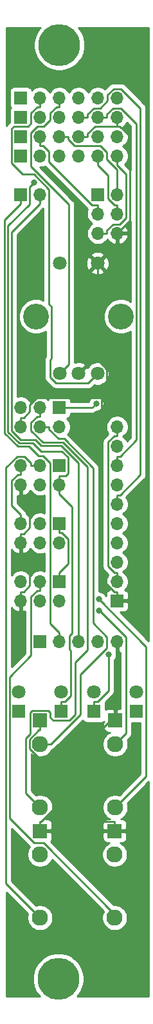
<source format=gbr>
G04 #@! TF.GenerationSoftware,KiCad,Pcbnew,(5.1.5-0-10_14)*
G04 #@! TF.CreationDate,2021-03-12T21:21:17+01:00*
G04 #@! TF.ProjectId,es_base,65735f62-6173-4652-9e6b-696361645f70,rev?*
G04 #@! TF.SameCoordinates,Original*
G04 #@! TF.FileFunction,Copper,L2,Bot*
G04 #@! TF.FilePolarity,Positive*
%FSLAX46Y46*%
G04 Gerber Fmt 4.6, Leading zero omitted, Abs format (unit mm)*
G04 Created by KiCad (PCBNEW (5.1.5-0-10_14)) date 2021-03-12 21:21:17*
%MOMM*%
%LPD*%
G04 APERTURE LIST*
%ADD10O,1.700000X1.700000*%
%ADD11R,1.700000X1.700000*%
%ADD12C,2.130000*%
%ADD13R,1.930000X1.830000*%
%ADD14C,1.800000*%
%ADD15R,1.800000X1.800000*%
%ADD16C,3.400000*%
%ADD17C,5.500000*%
%ADD18C,0.800000*%
%ADD19C,0.250000*%
%ADD20C,0.254000*%
G04 APERTURE END LIST*
D10*
X132334000Y-62738000D03*
X129794000Y-62738000D03*
X132334000Y-60198000D03*
X129794000Y-60198000D03*
X132334000Y-57658000D03*
D11*
X129794000Y-57658000D03*
D10*
X119634000Y-110998000D03*
X119634000Y-108458000D03*
X122174000Y-110998000D03*
X122174000Y-108458000D03*
X124714000Y-110998000D03*
D11*
X124714000Y-108458000D03*
D10*
X119634000Y-95758000D03*
X119634000Y-93218000D03*
X122174000Y-95758000D03*
X122174000Y-93218000D03*
X124714000Y-95758000D03*
D11*
X124714000Y-93218000D03*
D10*
X119634000Y-103378000D03*
X119634000Y-100838000D03*
X122174000Y-103378000D03*
X122174000Y-100838000D03*
X124714000Y-103378000D03*
D11*
X124714000Y-100838000D03*
D10*
X119634000Y-88138000D03*
X119634000Y-85598000D03*
X122174000Y-88138000D03*
X122174000Y-85598000D03*
X124714000Y-88138000D03*
D11*
X124714000Y-85598000D03*
D12*
X122174000Y-152600000D03*
D13*
X122174000Y-141200000D03*
D12*
X122174000Y-144300000D03*
D10*
X122174000Y-57658000D03*
D11*
X119634000Y-57658000D03*
D10*
X132334000Y-116332000D03*
X129794000Y-116332000D03*
X127254000Y-116332000D03*
X124714000Y-116332000D03*
D11*
X122174000Y-116332000D03*
D14*
X134874000Y-122936000D03*
D15*
X134874000Y-125476000D03*
D14*
X129286000Y-122936000D03*
D15*
X129286000Y-125476000D03*
D14*
X124968000Y-122936000D03*
D15*
X124968000Y-125476000D03*
D14*
X119380000Y-122936000D03*
D15*
X119380000Y-125476000D03*
D10*
X132334000Y-88138000D03*
X132334000Y-90678000D03*
X132334000Y-93218000D03*
X132334000Y-95758000D03*
X132334000Y-98298000D03*
X132334000Y-100838000D03*
X132334000Y-103378000D03*
X132334000Y-105918000D03*
X132334000Y-108458000D03*
D11*
X132334000Y-110998000D03*
D16*
X121654000Y-73660000D03*
X132854000Y-73660000D03*
D14*
X129754000Y-66660000D03*
X129754000Y-81160000D03*
X127254000Y-81160000D03*
X124754000Y-81160000D03*
X124754000Y-66660000D03*
D12*
X132000000Y-152600000D03*
D13*
X132000000Y-141200000D03*
D12*
X132000000Y-144300000D03*
X132080000Y-138100000D03*
D13*
X132080000Y-126700000D03*
D12*
X132080000Y-129800000D03*
X122174000Y-138100000D03*
D13*
X122174000Y-126700000D03*
D12*
X122174000Y-129800000D03*
D17*
X124600000Y-160600000D03*
X124700000Y-38000000D03*
D10*
X132334000Y-52578000D03*
X129794000Y-52578000D03*
X127254000Y-52578000D03*
X124714000Y-52578000D03*
X122174000Y-52578000D03*
D11*
X119634000Y-52578000D03*
D10*
X132334000Y-50038000D03*
X129794000Y-50038000D03*
X127254000Y-50038000D03*
X124714000Y-50038000D03*
X122174000Y-50038000D03*
D11*
X119634000Y-50038000D03*
D10*
X132334000Y-47498000D03*
X129794000Y-47498000D03*
X127254000Y-47498000D03*
X124714000Y-47498000D03*
X122174000Y-47498000D03*
D11*
X119634000Y-47498000D03*
D10*
X132334000Y-44958000D03*
X129794000Y-44958000D03*
X127254000Y-44958000D03*
X124714000Y-44958000D03*
X122174000Y-44958000D03*
D11*
X119634000Y-44958000D03*
D18*
X131215100Y-118017700D03*
X121377700Y-56059800D03*
X129563900Y-85081900D03*
X129934300Y-110790200D03*
X129900800Y-112251500D03*
D19*
X132334000Y-98298000D02*
X132334000Y-97122700D01*
X127254000Y-47498000D02*
X128429300Y-47498000D01*
X128429300Y-47498000D02*
X128429300Y-47130600D01*
X128429300Y-47130600D02*
X129237200Y-46322700D01*
X129237200Y-46322700D02*
X130093500Y-46322700D01*
X130093500Y-46322700D02*
X131064000Y-45352200D01*
X131064000Y-45352200D02*
X131064000Y-44548800D01*
X131064000Y-44548800D02*
X131867300Y-43745500D01*
X131867300Y-43745500D02*
X132835400Y-43745500D01*
X132835400Y-43745500D02*
X135381700Y-46291800D01*
X135381700Y-46291800D02*
X135381700Y-94442300D01*
X135381700Y-94442300D02*
X132701300Y-97122700D01*
X132701300Y-97122700D02*
X132334000Y-97122700D01*
X129286000Y-124250700D02*
X129745500Y-124250700D01*
X129745500Y-124250700D02*
X131215100Y-122781100D01*
X131215100Y-122781100D02*
X131215100Y-118017700D01*
X129286000Y-125476000D02*
X129286000Y-124250700D01*
X124714000Y-95758000D02*
X124714000Y-94582700D01*
X121377700Y-56059800D02*
X120809400Y-56628100D01*
X120809400Y-56628100D02*
X120809400Y-58927700D01*
X120809400Y-58927700D02*
X117959100Y-61778000D01*
X117959100Y-61778000D02*
X117959100Y-88812200D01*
X117959100Y-88812200D02*
X119430700Y-90283800D01*
X119430700Y-90283800D02*
X121226200Y-90283800D01*
X121226200Y-90283800D02*
X122288900Y-91346500D01*
X122288900Y-91346500D02*
X125064400Y-91346500D01*
X125064400Y-91346500D02*
X125889300Y-92171400D01*
X125889300Y-92171400D02*
X125889300Y-94215500D01*
X125889300Y-94215500D02*
X125522100Y-94582700D01*
X125522100Y-94582700D02*
X124714000Y-94582700D01*
X124968000Y-124250700D02*
X125427600Y-124250700D01*
X125427600Y-124250700D02*
X126193300Y-123485000D01*
X126193300Y-123485000D02*
X126193300Y-117507300D01*
X126193300Y-117507300D02*
X126036300Y-117350300D01*
X126036300Y-117350300D02*
X126036300Y-115590900D01*
X126036300Y-115590900D02*
X126419900Y-115207300D01*
X126419900Y-115207300D02*
X126419900Y-98639200D01*
X126419900Y-98639200D02*
X124714000Y-96933300D01*
X124714000Y-95758000D02*
X124714000Y-96933300D01*
X124968000Y-125476000D02*
X124968000Y-124250700D01*
X130969300Y-47498000D02*
X130969300Y-47130700D01*
X130969300Y-47130700D02*
X131793600Y-46306400D01*
X131793600Y-46306400D02*
X132830800Y-46306400D01*
X132830800Y-46306400D02*
X134890000Y-48365600D01*
X134890000Y-48365600D02*
X134890000Y-89854000D01*
X134890000Y-89854000D02*
X132701300Y-92042700D01*
X132701300Y-92042700D02*
X132334000Y-92042700D01*
X132334000Y-93218000D02*
X132334000Y-92042700D01*
X129794000Y-47498000D02*
X130969300Y-47498000D01*
X124714000Y-44958000D02*
X124714000Y-46133300D01*
X124754000Y-81160000D02*
X125980300Y-79933700D01*
X125980300Y-79933700D02*
X125980300Y-58960300D01*
X125980300Y-58960300D02*
X120995800Y-53975800D01*
X120995800Y-53975800D02*
X120995800Y-49503100D01*
X120995800Y-49503100D02*
X121825500Y-48673400D01*
X121825500Y-48673400D02*
X122699600Y-48673400D01*
X122699600Y-48673400D02*
X123538700Y-47834300D01*
X123538700Y-47834300D02*
X123538700Y-46941200D01*
X123538700Y-46941200D02*
X124346600Y-46133300D01*
X124346600Y-46133300D02*
X124714000Y-46133300D01*
X122174000Y-44958000D02*
X122174000Y-46133300D01*
X122174000Y-46133300D02*
X121806600Y-46133300D01*
X121806600Y-46133300D02*
X120998700Y-46941200D01*
X120998700Y-46941200D02*
X120998700Y-48293400D01*
X120998700Y-48293400D02*
X120618700Y-48673400D01*
X120618700Y-48673400D02*
X118728600Y-48673400D01*
X118728600Y-48673400D02*
X118458600Y-48943400D01*
X118458600Y-48943400D02*
X118458600Y-53563900D01*
X118458600Y-53563900D02*
X119865500Y-54970800D01*
X119865500Y-54970800D02*
X121353900Y-54970800D01*
X121353900Y-54970800D02*
X123352000Y-56968900D01*
X123352000Y-56968900D02*
X123352000Y-72003600D01*
X123352000Y-72003600D02*
X123714400Y-72366000D01*
X123714400Y-72366000D02*
X123714400Y-79150300D01*
X123714400Y-79150300D02*
X123524300Y-79340400D01*
X123524300Y-79340400D02*
X123524300Y-81663300D01*
X123524300Y-81663300D02*
X124267800Y-82406800D01*
X124267800Y-82406800D02*
X128507200Y-82406800D01*
X128507200Y-82406800D02*
X129754000Y-81160000D01*
X129794000Y-60198000D02*
X129794000Y-59022700D01*
X122174000Y-50038000D02*
X122174000Y-51213300D01*
X122174000Y-51213300D02*
X122541400Y-51213300D01*
X122541400Y-51213300D02*
X123349300Y-52021200D01*
X123349300Y-52021200D02*
X123349300Y-53386000D01*
X123349300Y-53386000D02*
X128986000Y-59022700D01*
X128986000Y-59022700D02*
X129794000Y-59022700D01*
X124714000Y-50038000D02*
X125889300Y-50038000D01*
X125889300Y-50038000D02*
X125889300Y-50405400D01*
X125889300Y-50405400D02*
X126697200Y-51213300D01*
X126697200Y-51213300D02*
X130094100Y-51213300D01*
X130094100Y-51213300D02*
X130969400Y-52088600D01*
X130969400Y-52088600D02*
X130969400Y-53025600D01*
X130969400Y-53025600D02*
X132334000Y-54390200D01*
X132334000Y-54390200D02*
X132334000Y-57658000D01*
X132334000Y-53753300D02*
X133509600Y-54928900D01*
X133509600Y-54928900D02*
X133509600Y-60688800D01*
X133509600Y-60688800D02*
X132635700Y-61562700D01*
X132635700Y-61562700D02*
X131777200Y-61562700D01*
X131777200Y-61562700D02*
X130969300Y-62370600D01*
X130969300Y-62370600D02*
X130969300Y-62738000D01*
X129794000Y-62738000D02*
X130969300Y-62738000D01*
X132334000Y-52578000D02*
X132334000Y-53753300D01*
X129794000Y-53753300D02*
X131158700Y-55118000D01*
X131158700Y-55118000D02*
X131158700Y-58214800D01*
X131158700Y-58214800D02*
X131966600Y-59022700D01*
X131966600Y-59022700D02*
X132334000Y-59022700D01*
X132334000Y-60198000D02*
X132334000Y-59022700D01*
X129794000Y-52578000D02*
X129794000Y-53753300D01*
X130301100Y-84356600D02*
X121698200Y-84356600D01*
X121698200Y-84356600D02*
X120809300Y-85245500D01*
X120809300Y-85245500D02*
X120809300Y-86154800D01*
X120809300Y-86154800D02*
X120001400Y-86962700D01*
X120001400Y-86962700D02*
X119634000Y-86962700D01*
X132334000Y-109822700D02*
X131966700Y-109822700D01*
X131966700Y-109822700D02*
X130301100Y-108157100D01*
X130301100Y-108157100D02*
X130301100Y-84356600D01*
X130301100Y-84356600D02*
X130989700Y-83668000D01*
X130989700Y-83668000D02*
X130989700Y-80611300D01*
X130989700Y-80611300D02*
X129396200Y-79017800D01*
X129396200Y-79017800D02*
X127254000Y-81160000D01*
X129754000Y-66660000D02*
X129754000Y-78660000D01*
X129754000Y-78660000D02*
X129396200Y-79017800D01*
X132334000Y-48662800D02*
X132654100Y-48662800D01*
X132654100Y-48662800D02*
X133977700Y-49986400D01*
X133977700Y-49986400D02*
X133977700Y-61094300D01*
X133977700Y-61094300D02*
X132334000Y-62738000D01*
X132334000Y-63913300D02*
X129754000Y-66493300D01*
X129754000Y-66493300D02*
X129754000Y-66660000D01*
X132334000Y-110998000D02*
X132334000Y-109822700D01*
X119634000Y-88138000D02*
X119634000Y-86962700D01*
X132334000Y-62738000D02*
X132334000Y-63913300D01*
X128429300Y-50038000D02*
X128429300Y-49670700D01*
X128429300Y-49670700D02*
X129426700Y-48673300D01*
X129426700Y-48673300D02*
X132323500Y-48673300D01*
X132323500Y-48673300D02*
X132334000Y-48662800D01*
X132334000Y-47498000D02*
X132334000Y-48662800D01*
X124271700Y-133888100D02*
X124133100Y-134026700D01*
X124133100Y-134026700D02*
X124133100Y-138155600D01*
X132080000Y-126079800D02*
X124271700Y-133888100D01*
X122174000Y-127940300D02*
X122019000Y-127940300D01*
X122019000Y-127940300D02*
X120771800Y-129187500D01*
X120771800Y-129187500D02*
X120771800Y-130388300D01*
X120771800Y-130388300D02*
X124271700Y-133888100D01*
X122174000Y-126700000D02*
X122174000Y-127940300D01*
X132080000Y-126079800D02*
X132080000Y-125459700D01*
X132080000Y-126700000D02*
X132080000Y-126079800D01*
X124133100Y-138155600D02*
X122329000Y-139959700D01*
X122329000Y-139959700D02*
X122174000Y-139959700D01*
X132000000Y-139959700D02*
X125937200Y-139959700D01*
X125937200Y-139959700D02*
X124133100Y-138155600D01*
X132334000Y-116332000D02*
X132334000Y-117507300D01*
X132334000Y-117507300D02*
X132334000Y-125205700D01*
X132334000Y-125205700D02*
X132080000Y-125459700D01*
X127254000Y-50038000D02*
X128429300Y-50038000D01*
X132000000Y-141200000D02*
X132000000Y-139959700D01*
X122174000Y-141200000D02*
X122174000Y-139959700D01*
X119634000Y-104553300D02*
X120809300Y-105728600D01*
X120809300Y-105728600D02*
X120809300Y-109014800D01*
X120809300Y-109014800D02*
X120001400Y-109822700D01*
X120001400Y-109822700D02*
X119634000Y-109822700D01*
X119634000Y-103378000D02*
X119634000Y-104553300D01*
X119634000Y-95758000D02*
X119634000Y-96933300D01*
X119634000Y-96933300D02*
X120809300Y-98108600D01*
X120809300Y-98108600D02*
X120809300Y-101394800D01*
X120809300Y-101394800D02*
X120001400Y-102202700D01*
X120001400Y-102202700D02*
X119634000Y-102202700D01*
X119634000Y-103378000D02*
X119634000Y-102202700D01*
X119634000Y-110998000D02*
X119634000Y-109822700D01*
X124714000Y-85598000D02*
X129047800Y-85598000D01*
X129047800Y-85598000D02*
X129563900Y-85081900D01*
X124714000Y-108458000D02*
X124714000Y-107282700D01*
X124714000Y-100838000D02*
X124714000Y-102013300D01*
X124714000Y-102013300D02*
X125011500Y-102013300D01*
X125011500Y-102013300D02*
X125889300Y-102891100D01*
X125889300Y-102891100D02*
X125889300Y-106107400D01*
X125889300Y-106107400D02*
X124714000Y-107282700D01*
X119634000Y-100838000D02*
X119634000Y-99662700D01*
X119634000Y-93218000D02*
X119634000Y-94393300D01*
X119634000Y-94393300D02*
X119266700Y-94393300D01*
X119266700Y-94393300D02*
X118458700Y-95201300D01*
X118458700Y-95201300D02*
X118458700Y-98487400D01*
X118458700Y-98487400D02*
X119634000Y-99662700D01*
X132334000Y-88138000D02*
X132334000Y-89313300D01*
X132334000Y-108458000D02*
X132334000Y-107282700D01*
X132334000Y-107282700D02*
X131966700Y-107282700D01*
X131966700Y-107282700D02*
X131158700Y-106474700D01*
X131158700Y-106474700D02*
X131158700Y-90121200D01*
X131158700Y-90121200D02*
X131966600Y-89313300D01*
X131966600Y-89313300D02*
X132334000Y-89313300D01*
X127254000Y-115156700D02*
X127254000Y-92899200D01*
X127254000Y-92899200D02*
X124972100Y-90617300D01*
X124972100Y-90617300D02*
X122350300Y-90617300D01*
X122350300Y-90617300D02*
X121539300Y-89806300D01*
X121539300Y-89806300D02*
X119590100Y-89806300D01*
X119590100Y-89806300D02*
X118409400Y-88625600D01*
X118409400Y-88625600D02*
X118409400Y-62597900D01*
X118409400Y-62597900D02*
X122174000Y-58833300D01*
X122174000Y-57658000D02*
X122174000Y-58833300D01*
X127254000Y-116332000D02*
X127254000Y-115156700D01*
X119634000Y-58833300D02*
X117508800Y-60958500D01*
X117508800Y-60958500D02*
X117508800Y-88998800D01*
X117508800Y-88998800D02*
X119244100Y-90734100D01*
X119244100Y-90734100D02*
X120721200Y-90734100D01*
X120721200Y-90734100D02*
X121943300Y-91956200D01*
X121943300Y-91956200D02*
X122580200Y-91956200D01*
X122580200Y-91956200D02*
X123538700Y-92914700D01*
X123538700Y-92914700D02*
X123538700Y-113981400D01*
X123538700Y-113981400D02*
X124714000Y-115156700D01*
X119634000Y-57658000D02*
X119634000Y-58833300D01*
X124714000Y-116332000D02*
X124714000Y-115156700D01*
X122174000Y-138100000D02*
X120311000Y-136237000D01*
X120311000Y-136237000D02*
X120311000Y-129011400D01*
X120311000Y-129011400D02*
X120883600Y-128438800D01*
X120883600Y-128438800D02*
X120883600Y-125629600D01*
X120883600Y-125629600D02*
X121101900Y-125411300D01*
X121101900Y-125411300D02*
X123265300Y-125411300D01*
X123265300Y-125411300D02*
X123538900Y-125684900D01*
X123538900Y-125684900D02*
X123538900Y-126320100D01*
X123538900Y-126320100D02*
X123920100Y-126701300D01*
X123920100Y-126701300D02*
X126029200Y-126701300D01*
X126029200Y-126701300D02*
X126783900Y-125946600D01*
X126783900Y-125946600D02*
X126783900Y-119083700D01*
X126783900Y-119083700D02*
X128429300Y-117438300D01*
X128429300Y-117438300D02*
X128429300Y-93437600D01*
X128429300Y-93437600D02*
X125158600Y-90166900D01*
X125158600Y-90166900D02*
X122536800Y-90166900D01*
X122536800Y-90166900D02*
X120998700Y-88628800D01*
X120998700Y-88628800D02*
X120998700Y-87581200D01*
X120998700Y-87581200D02*
X121806600Y-86773300D01*
X121806600Y-86773300D02*
X122174000Y-86773300D01*
X122174000Y-85598000D02*
X122174000Y-86773300D01*
X122174000Y-129800000D02*
X123567600Y-129800000D01*
X123567600Y-129800000D02*
X127488200Y-125879400D01*
X127488200Y-125879400D02*
X127488200Y-120667300D01*
X127488200Y-120667300D02*
X130986700Y-117168800D01*
X130986700Y-117168800D02*
X130986700Y-115731500D01*
X130986700Y-115731500D02*
X129171800Y-113916600D01*
X129171800Y-113916600D02*
X129171800Y-93543200D01*
X129171800Y-93543200D02*
X125345200Y-89716600D01*
X125345200Y-89716600D02*
X124567500Y-89716600D01*
X124567500Y-89716600D02*
X123349300Y-88498400D01*
X123349300Y-88498400D02*
X123349300Y-88138000D01*
X122174000Y-88138000D02*
X123349300Y-88138000D01*
X132080000Y-138100000D02*
X136135100Y-134044900D01*
X136135100Y-134044900D02*
X136135100Y-116991000D01*
X136135100Y-116991000D02*
X129934300Y-110790200D01*
X132080000Y-129800000D02*
X133509400Y-128370600D01*
X133509400Y-128370600D02*
X133509400Y-115777400D01*
X133509400Y-115777400D02*
X129983500Y-112251500D01*
X129983500Y-112251500D02*
X129900800Y-112251500D01*
X122174000Y-93218000D02*
X120998700Y-93218000D01*
X122174000Y-152600000D02*
X117655700Y-148081700D01*
X117655700Y-148081700D02*
X117655700Y-93519300D01*
X117655700Y-93519300D02*
X119165600Y-92009400D01*
X119165600Y-92009400D02*
X120114200Y-92009400D01*
X120114200Y-92009400D02*
X120998700Y-92893900D01*
X120998700Y-92893900D02*
X120998700Y-93218000D01*
X122174000Y-108458000D02*
X122174000Y-109633300D01*
X132000000Y-152600000D02*
X132000000Y-152117500D01*
X132000000Y-152117500D02*
X122623800Y-142741300D01*
X122623800Y-142741300D02*
X121358600Y-142741300D01*
X121358600Y-142741300D02*
X118134000Y-139516700D01*
X118134000Y-139516700D02*
X118134000Y-121022800D01*
X118134000Y-121022800D02*
X120998700Y-118158100D01*
X120998700Y-118158100D02*
X120998700Y-110441200D01*
X120998700Y-110441200D02*
X121806600Y-109633300D01*
X121806600Y-109633300D02*
X122174000Y-109633300D01*
D20*
G36*
X127855463Y-126730494D02*
G01*
X127934815Y-126827185D01*
X128031506Y-126906537D01*
X128141820Y-126965502D01*
X128261518Y-127001812D01*
X128386000Y-127014072D01*
X130186000Y-127014072D01*
X130310482Y-127001812D01*
X130430180Y-126965502D01*
X130540494Y-126906537D01*
X130637185Y-126827185D01*
X130637335Y-126827002D01*
X130638748Y-126827002D01*
X130480000Y-126985750D01*
X130476928Y-127615000D01*
X130489188Y-127739482D01*
X130525498Y-127859180D01*
X130584463Y-127969494D01*
X130663815Y-128066185D01*
X130760506Y-128145537D01*
X130870820Y-128204502D01*
X130990518Y-128240812D01*
X131115000Y-128253072D01*
X131375140Y-128251895D01*
X131274748Y-128293479D01*
X130996313Y-128479523D01*
X130759523Y-128716313D01*
X130573479Y-128994748D01*
X130445330Y-129304128D01*
X130380000Y-129632565D01*
X130380000Y-129967435D01*
X130445330Y-130295872D01*
X130573479Y-130605252D01*
X130759523Y-130883687D01*
X130996313Y-131120477D01*
X131274748Y-131306521D01*
X131584128Y-131434670D01*
X131912565Y-131500000D01*
X132247435Y-131500000D01*
X132575872Y-131434670D01*
X132885252Y-131306521D01*
X133163687Y-131120477D01*
X133400477Y-130883687D01*
X133586521Y-130605252D01*
X133714670Y-130295872D01*
X133780000Y-129967435D01*
X133780000Y-129632565D01*
X133714670Y-129304128D01*
X133695926Y-129258876D01*
X134020404Y-128934398D01*
X134049401Y-128910601D01*
X134144374Y-128794876D01*
X134214946Y-128662847D01*
X134258403Y-128519586D01*
X134269400Y-128407933D01*
X134269400Y-128407923D01*
X134273076Y-128370600D01*
X134269400Y-128333277D01*
X134269400Y-127014072D01*
X135375100Y-127014072D01*
X135375100Y-133730097D01*
X132621124Y-136484074D01*
X132575872Y-136465330D01*
X132247435Y-136400000D01*
X131912565Y-136400000D01*
X131584128Y-136465330D01*
X131274748Y-136593479D01*
X130996313Y-136779523D01*
X130759523Y-137016313D01*
X130573479Y-137294748D01*
X130445330Y-137604128D01*
X130380000Y-137932565D01*
X130380000Y-138267435D01*
X130445330Y-138595872D01*
X130573479Y-138905252D01*
X130759523Y-139183687D01*
X130996313Y-139420477D01*
X131274748Y-139606521D01*
X131376023Y-139648470D01*
X131035000Y-139646928D01*
X130910518Y-139659188D01*
X130790820Y-139695498D01*
X130680506Y-139754463D01*
X130583815Y-139833815D01*
X130504463Y-139930506D01*
X130445498Y-140040820D01*
X130409188Y-140160518D01*
X130396928Y-140285000D01*
X130400000Y-140914250D01*
X130558750Y-141073000D01*
X131873000Y-141073000D01*
X131873000Y-141053000D01*
X132127000Y-141053000D01*
X132127000Y-141073000D01*
X133441250Y-141073000D01*
X133600000Y-140914250D01*
X133603072Y-140285000D01*
X133590812Y-140160518D01*
X133554502Y-140040820D01*
X133495537Y-139930506D01*
X133416185Y-139833815D01*
X133319494Y-139754463D01*
X133209180Y-139695498D01*
X133089482Y-139659188D01*
X132965000Y-139646928D01*
X132785743Y-139647739D01*
X132885252Y-139606521D01*
X133163687Y-139420477D01*
X133400477Y-139183687D01*
X133586521Y-138905252D01*
X133714670Y-138595872D01*
X133780000Y-138267435D01*
X133780000Y-137932565D01*
X133714670Y-137604128D01*
X133695926Y-137558876D01*
X136500001Y-134754802D01*
X136500001Y-162916000D01*
X127071114Y-162916000D01*
X127229302Y-162757812D01*
X127599748Y-162203399D01*
X127854917Y-161587368D01*
X127985000Y-160933393D01*
X127985000Y-160266607D01*
X127854917Y-159612632D01*
X127599748Y-158996601D01*
X127229302Y-158442188D01*
X126757812Y-157970698D01*
X126203399Y-157600252D01*
X125587368Y-157345083D01*
X124933393Y-157215000D01*
X124266607Y-157215000D01*
X123612632Y-157345083D01*
X122996601Y-157600252D01*
X122442188Y-157970698D01*
X121970698Y-158442188D01*
X121600252Y-158996601D01*
X121345083Y-159612632D01*
X121215000Y-160266607D01*
X121215000Y-160933393D01*
X121345083Y-161587368D01*
X121600252Y-162203399D01*
X121970698Y-162757812D01*
X122128886Y-162916000D01*
X117754000Y-162916000D01*
X117754000Y-149254801D01*
X120558074Y-152058876D01*
X120539330Y-152104128D01*
X120474000Y-152432565D01*
X120474000Y-152767435D01*
X120539330Y-153095872D01*
X120667479Y-153405252D01*
X120853523Y-153683687D01*
X121090313Y-153920477D01*
X121368748Y-154106521D01*
X121678128Y-154234670D01*
X122006565Y-154300000D01*
X122341435Y-154300000D01*
X122669872Y-154234670D01*
X122979252Y-154106521D01*
X123257687Y-153920477D01*
X123494477Y-153683687D01*
X123680521Y-153405252D01*
X123808670Y-153095872D01*
X123874000Y-152767435D01*
X123874000Y-152432565D01*
X123808670Y-152104128D01*
X123680521Y-151794748D01*
X123494477Y-151516313D01*
X123257687Y-151279523D01*
X122979252Y-151093479D01*
X122669872Y-150965330D01*
X122341435Y-150900000D01*
X122006565Y-150900000D01*
X121678128Y-150965330D01*
X121632876Y-150984074D01*
X118415700Y-147766899D01*
X118415700Y-140873201D01*
X120794800Y-143252302D01*
X120813914Y-143275592D01*
X120667479Y-143494748D01*
X120539330Y-143804128D01*
X120474000Y-144132565D01*
X120474000Y-144467435D01*
X120539330Y-144795872D01*
X120667479Y-145105252D01*
X120853523Y-145383687D01*
X121090313Y-145620477D01*
X121368748Y-145806521D01*
X121678128Y-145934670D01*
X122006565Y-146000000D01*
X122341435Y-146000000D01*
X122669872Y-145934670D01*
X122979252Y-145806521D01*
X123257687Y-145620477D01*
X123494477Y-145383687D01*
X123680521Y-145105252D01*
X123748598Y-144940899D01*
X130537125Y-151729427D01*
X130493479Y-151794748D01*
X130365330Y-152104128D01*
X130300000Y-152432565D01*
X130300000Y-152767435D01*
X130365330Y-153095872D01*
X130493479Y-153405252D01*
X130679523Y-153683687D01*
X130916313Y-153920477D01*
X131194748Y-154106521D01*
X131504128Y-154234670D01*
X131832565Y-154300000D01*
X132167435Y-154300000D01*
X132495872Y-154234670D01*
X132805252Y-154106521D01*
X133083687Y-153920477D01*
X133320477Y-153683687D01*
X133506521Y-153405252D01*
X133634670Y-153095872D01*
X133700000Y-152767435D01*
X133700000Y-152432565D01*
X133634670Y-152104128D01*
X133506521Y-151794748D01*
X133320477Y-151516313D01*
X133083687Y-151279523D01*
X132805252Y-151093479D01*
X132495872Y-150965330D01*
X132167435Y-150900000D01*
X131857302Y-150900000D01*
X125089867Y-144132565D01*
X130300000Y-144132565D01*
X130300000Y-144467435D01*
X130365330Y-144795872D01*
X130493479Y-145105252D01*
X130679523Y-145383687D01*
X130916313Y-145620477D01*
X131194748Y-145806521D01*
X131504128Y-145934670D01*
X131832565Y-146000000D01*
X132167435Y-146000000D01*
X132495872Y-145934670D01*
X132805252Y-145806521D01*
X133083687Y-145620477D01*
X133320477Y-145383687D01*
X133506521Y-145105252D01*
X133634670Y-144795872D01*
X133700000Y-144467435D01*
X133700000Y-144132565D01*
X133634670Y-143804128D01*
X133506521Y-143494748D01*
X133320477Y-143216313D01*
X133083687Y-142979523D01*
X132805252Y-142793479D01*
X132704860Y-142751895D01*
X132965000Y-142753072D01*
X133089482Y-142740812D01*
X133209180Y-142704502D01*
X133319494Y-142645537D01*
X133416185Y-142566185D01*
X133495537Y-142469494D01*
X133554502Y-142359180D01*
X133590812Y-142239482D01*
X133603072Y-142115000D01*
X133600000Y-141485750D01*
X133441250Y-141327000D01*
X132127000Y-141327000D01*
X132127000Y-141347000D01*
X131873000Y-141347000D01*
X131873000Y-141327000D01*
X130558750Y-141327000D01*
X130400000Y-141485750D01*
X130396928Y-142115000D01*
X130409188Y-142239482D01*
X130445498Y-142359180D01*
X130504463Y-142469494D01*
X130583815Y-142566185D01*
X130680506Y-142645537D01*
X130790820Y-142704502D01*
X130910518Y-142740812D01*
X131035000Y-142753072D01*
X131295140Y-142751895D01*
X131194748Y-142793479D01*
X130916313Y-142979523D01*
X130679523Y-143216313D01*
X130493479Y-143494748D01*
X130365330Y-143804128D01*
X130300000Y-144132565D01*
X125089867Y-144132565D01*
X123553551Y-142596250D01*
X123590185Y-142566185D01*
X123669537Y-142469494D01*
X123728502Y-142359180D01*
X123764812Y-142239482D01*
X123777072Y-142115000D01*
X123774000Y-141485750D01*
X123615250Y-141327000D01*
X122301000Y-141327000D01*
X122301000Y-141347000D01*
X122047000Y-141347000D01*
X122047000Y-141327000D01*
X122027000Y-141327000D01*
X122027000Y-141073000D01*
X122047000Y-141073000D01*
X122047000Y-141053000D01*
X122301000Y-141053000D01*
X122301000Y-141073000D01*
X123615250Y-141073000D01*
X123774000Y-140914250D01*
X123777072Y-140285000D01*
X123764812Y-140160518D01*
X123728502Y-140040820D01*
X123669537Y-139930506D01*
X123590185Y-139833815D01*
X123493494Y-139754463D01*
X123383180Y-139695498D01*
X123263482Y-139659188D01*
X123139000Y-139646928D01*
X122878860Y-139648105D01*
X122979252Y-139606521D01*
X123257687Y-139420477D01*
X123494477Y-139183687D01*
X123680521Y-138905252D01*
X123808670Y-138595872D01*
X123874000Y-138267435D01*
X123874000Y-137932565D01*
X123808670Y-137604128D01*
X123680521Y-137294748D01*
X123494477Y-137016313D01*
X123257687Y-136779523D01*
X122979252Y-136593479D01*
X122669872Y-136465330D01*
X122341435Y-136400000D01*
X122006565Y-136400000D01*
X121678128Y-136465330D01*
X121632876Y-136484074D01*
X121071000Y-135922199D01*
X121071000Y-131101164D01*
X121090313Y-131120477D01*
X121368748Y-131306521D01*
X121678128Y-131434670D01*
X122006565Y-131500000D01*
X122341435Y-131500000D01*
X122669872Y-131434670D01*
X122979252Y-131306521D01*
X123257687Y-131120477D01*
X123494477Y-130883687D01*
X123680521Y-130605252D01*
X123703277Y-130550314D01*
X123716586Y-130549003D01*
X123859847Y-130505546D01*
X123991876Y-130434974D01*
X124107601Y-130340001D01*
X124131404Y-130310997D01*
X127805458Y-126636944D01*
X127855463Y-126730494D01*
G37*
X127855463Y-126730494D02*
X127934815Y-126827185D01*
X128031506Y-126906537D01*
X128141820Y-126965502D01*
X128261518Y-127001812D01*
X128386000Y-127014072D01*
X130186000Y-127014072D01*
X130310482Y-127001812D01*
X130430180Y-126965502D01*
X130540494Y-126906537D01*
X130637185Y-126827185D01*
X130637335Y-126827002D01*
X130638748Y-126827002D01*
X130480000Y-126985750D01*
X130476928Y-127615000D01*
X130489188Y-127739482D01*
X130525498Y-127859180D01*
X130584463Y-127969494D01*
X130663815Y-128066185D01*
X130760506Y-128145537D01*
X130870820Y-128204502D01*
X130990518Y-128240812D01*
X131115000Y-128253072D01*
X131375140Y-128251895D01*
X131274748Y-128293479D01*
X130996313Y-128479523D01*
X130759523Y-128716313D01*
X130573479Y-128994748D01*
X130445330Y-129304128D01*
X130380000Y-129632565D01*
X130380000Y-129967435D01*
X130445330Y-130295872D01*
X130573479Y-130605252D01*
X130759523Y-130883687D01*
X130996313Y-131120477D01*
X131274748Y-131306521D01*
X131584128Y-131434670D01*
X131912565Y-131500000D01*
X132247435Y-131500000D01*
X132575872Y-131434670D01*
X132885252Y-131306521D01*
X133163687Y-131120477D01*
X133400477Y-130883687D01*
X133586521Y-130605252D01*
X133714670Y-130295872D01*
X133780000Y-129967435D01*
X133780000Y-129632565D01*
X133714670Y-129304128D01*
X133695926Y-129258876D01*
X134020404Y-128934398D01*
X134049401Y-128910601D01*
X134144374Y-128794876D01*
X134214946Y-128662847D01*
X134258403Y-128519586D01*
X134269400Y-128407933D01*
X134269400Y-128407923D01*
X134273076Y-128370600D01*
X134269400Y-128333277D01*
X134269400Y-127014072D01*
X135375100Y-127014072D01*
X135375100Y-133730097D01*
X132621124Y-136484074D01*
X132575872Y-136465330D01*
X132247435Y-136400000D01*
X131912565Y-136400000D01*
X131584128Y-136465330D01*
X131274748Y-136593479D01*
X130996313Y-136779523D01*
X130759523Y-137016313D01*
X130573479Y-137294748D01*
X130445330Y-137604128D01*
X130380000Y-137932565D01*
X130380000Y-138267435D01*
X130445330Y-138595872D01*
X130573479Y-138905252D01*
X130759523Y-139183687D01*
X130996313Y-139420477D01*
X131274748Y-139606521D01*
X131376023Y-139648470D01*
X131035000Y-139646928D01*
X130910518Y-139659188D01*
X130790820Y-139695498D01*
X130680506Y-139754463D01*
X130583815Y-139833815D01*
X130504463Y-139930506D01*
X130445498Y-140040820D01*
X130409188Y-140160518D01*
X130396928Y-140285000D01*
X130400000Y-140914250D01*
X130558750Y-141073000D01*
X131873000Y-141073000D01*
X131873000Y-141053000D01*
X132127000Y-141053000D01*
X132127000Y-141073000D01*
X133441250Y-141073000D01*
X133600000Y-140914250D01*
X133603072Y-140285000D01*
X133590812Y-140160518D01*
X133554502Y-140040820D01*
X133495537Y-139930506D01*
X133416185Y-139833815D01*
X133319494Y-139754463D01*
X133209180Y-139695498D01*
X133089482Y-139659188D01*
X132965000Y-139646928D01*
X132785743Y-139647739D01*
X132885252Y-139606521D01*
X133163687Y-139420477D01*
X133400477Y-139183687D01*
X133586521Y-138905252D01*
X133714670Y-138595872D01*
X133780000Y-138267435D01*
X133780000Y-137932565D01*
X133714670Y-137604128D01*
X133695926Y-137558876D01*
X136500001Y-134754802D01*
X136500001Y-162916000D01*
X127071114Y-162916000D01*
X127229302Y-162757812D01*
X127599748Y-162203399D01*
X127854917Y-161587368D01*
X127985000Y-160933393D01*
X127985000Y-160266607D01*
X127854917Y-159612632D01*
X127599748Y-158996601D01*
X127229302Y-158442188D01*
X126757812Y-157970698D01*
X126203399Y-157600252D01*
X125587368Y-157345083D01*
X124933393Y-157215000D01*
X124266607Y-157215000D01*
X123612632Y-157345083D01*
X122996601Y-157600252D01*
X122442188Y-157970698D01*
X121970698Y-158442188D01*
X121600252Y-158996601D01*
X121345083Y-159612632D01*
X121215000Y-160266607D01*
X121215000Y-160933393D01*
X121345083Y-161587368D01*
X121600252Y-162203399D01*
X121970698Y-162757812D01*
X122128886Y-162916000D01*
X117754000Y-162916000D01*
X117754000Y-149254801D01*
X120558074Y-152058876D01*
X120539330Y-152104128D01*
X120474000Y-152432565D01*
X120474000Y-152767435D01*
X120539330Y-153095872D01*
X120667479Y-153405252D01*
X120853523Y-153683687D01*
X121090313Y-153920477D01*
X121368748Y-154106521D01*
X121678128Y-154234670D01*
X122006565Y-154300000D01*
X122341435Y-154300000D01*
X122669872Y-154234670D01*
X122979252Y-154106521D01*
X123257687Y-153920477D01*
X123494477Y-153683687D01*
X123680521Y-153405252D01*
X123808670Y-153095872D01*
X123874000Y-152767435D01*
X123874000Y-152432565D01*
X123808670Y-152104128D01*
X123680521Y-151794748D01*
X123494477Y-151516313D01*
X123257687Y-151279523D01*
X122979252Y-151093479D01*
X122669872Y-150965330D01*
X122341435Y-150900000D01*
X122006565Y-150900000D01*
X121678128Y-150965330D01*
X121632876Y-150984074D01*
X118415700Y-147766899D01*
X118415700Y-140873201D01*
X120794800Y-143252302D01*
X120813914Y-143275592D01*
X120667479Y-143494748D01*
X120539330Y-143804128D01*
X120474000Y-144132565D01*
X120474000Y-144467435D01*
X120539330Y-144795872D01*
X120667479Y-145105252D01*
X120853523Y-145383687D01*
X121090313Y-145620477D01*
X121368748Y-145806521D01*
X121678128Y-145934670D01*
X122006565Y-146000000D01*
X122341435Y-146000000D01*
X122669872Y-145934670D01*
X122979252Y-145806521D01*
X123257687Y-145620477D01*
X123494477Y-145383687D01*
X123680521Y-145105252D01*
X123748598Y-144940899D01*
X130537125Y-151729427D01*
X130493479Y-151794748D01*
X130365330Y-152104128D01*
X130300000Y-152432565D01*
X130300000Y-152767435D01*
X130365330Y-153095872D01*
X130493479Y-153405252D01*
X130679523Y-153683687D01*
X130916313Y-153920477D01*
X131194748Y-154106521D01*
X131504128Y-154234670D01*
X131832565Y-154300000D01*
X132167435Y-154300000D01*
X132495872Y-154234670D01*
X132805252Y-154106521D01*
X133083687Y-153920477D01*
X133320477Y-153683687D01*
X133506521Y-153405252D01*
X133634670Y-153095872D01*
X133700000Y-152767435D01*
X133700000Y-152432565D01*
X133634670Y-152104128D01*
X133506521Y-151794748D01*
X133320477Y-151516313D01*
X133083687Y-151279523D01*
X132805252Y-151093479D01*
X132495872Y-150965330D01*
X132167435Y-150900000D01*
X131857302Y-150900000D01*
X125089867Y-144132565D01*
X130300000Y-144132565D01*
X130300000Y-144467435D01*
X130365330Y-144795872D01*
X130493479Y-145105252D01*
X130679523Y-145383687D01*
X130916313Y-145620477D01*
X131194748Y-145806521D01*
X131504128Y-145934670D01*
X131832565Y-146000000D01*
X132167435Y-146000000D01*
X132495872Y-145934670D01*
X132805252Y-145806521D01*
X133083687Y-145620477D01*
X133320477Y-145383687D01*
X133506521Y-145105252D01*
X133634670Y-144795872D01*
X133700000Y-144467435D01*
X133700000Y-144132565D01*
X133634670Y-143804128D01*
X133506521Y-143494748D01*
X133320477Y-143216313D01*
X133083687Y-142979523D01*
X132805252Y-142793479D01*
X132704860Y-142751895D01*
X132965000Y-142753072D01*
X133089482Y-142740812D01*
X133209180Y-142704502D01*
X133319494Y-142645537D01*
X133416185Y-142566185D01*
X133495537Y-142469494D01*
X133554502Y-142359180D01*
X133590812Y-142239482D01*
X133603072Y-142115000D01*
X133600000Y-141485750D01*
X133441250Y-141327000D01*
X132127000Y-141327000D01*
X132127000Y-141347000D01*
X131873000Y-141347000D01*
X131873000Y-141327000D01*
X130558750Y-141327000D01*
X130400000Y-141485750D01*
X130396928Y-142115000D01*
X130409188Y-142239482D01*
X130445498Y-142359180D01*
X130504463Y-142469494D01*
X130583815Y-142566185D01*
X130680506Y-142645537D01*
X130790820Y-142704502D01*
X130910518Y-142740812D01*
X131035000Y-142753072D01*
X131295140Y-142751895D01*
X131194748Y-142793479D01*
X130916313Y-142979523D01*
X130679523Y-143216313D01*
X130493479Y-143494748D01*
X130365330Y-143804128D01*
X130300000Y-144132565D01*
X125089867Y-144132565D01*
X123553551Y-142596250D01*
X123590185Y-142566185D01*
X123669537Y-142469494D01*
X123728502Y-142359180D01*
X123764812Y-142239482D01*
X123777072Y-142115000D01*
X123774000Y-141485750D01*
X123615250Y-141327000D01*
X122301000Y-141327000D01*
X122301000Y-141347000D01*
X122047000Y-141347000D01*
X122047000Y-141327000D01*
X122027000Y-141327000D01*
X122027000Y-141073000D01*
X122047000Y-141073000D01*
X122047000Y-141053000D01*
X122301000Y-141053000D01*
X122301000Y-141073000D01*
X123615250Y-141073000D01*
X123774000Y-140914250D01*
X123777072Y-140285000D01*
X123764812Y-140160518D01*
X123728502Y-140040820D01*
X123669537Y-139930506D01*
X123590185Y-139833815D01*
X123493494Y-139754463D01*
X123383180Y-139695498D01*
X123263482Y-139659188D01*
X123139000Y-139646928D01*
X122878860Y-139648105D01*
X122979252Y-139606521D01*
X123257687Y-139420477D01*
X123494477Y-139183687D01*
X123680521Y-138905252D01*
X123808670Y-138595872D01*
X123874000Y-138267435D01*
X123874000Y-137932565D01*
X123808670Y-137604128D01*
X123680521Y-137294748D01*
X123494477Y-137016313D01*
X123257687Y-136779523D01*
X122979252Y-136593479D01*
X122669872Y-136465330D01*
X122341435Y-136400000D01*
X122006565Y-136400000D01*
X121678128Y-136465330D01*
X121632876Y-136484074D01*
X121071000Y-135922199D01*
X121071000Y-131101164D01*
X121090313Y-131120477D01*
X121368748Y-131306521D01*
X121678128Y-131434670D01*
X122006565Y-131500000D01*
X122341435Y-131500000D01*
X122669872Y-131434670D01*
X122979252Y-131306521D01*
X123257687Y-131120477D01*
X123494477Y-130883687D01*
X123680521Y-130605252D01*
X123703277Y-130550314D01*
X123716586Y-130549003D01*
X123859847Y-130505546D01*
X123991876Y-130434974D01*
X124107601Y-130340001D01*
X124131404Y-130310997D01*
X127805458Y-126636944D01*
X127855463Y-126730494D01*
G36*
X132461000Y-116205000D02*
G01*
X132481000Y-116205000D01*
X132481000Y-116459000D01*
X132461000Y-116459000D01*
X132461000Y-117652155D01*
X132690890Y-117773476D01*
X132749401Y-117755729D01*
X132749400Y-125148265D01*
X132365750Y-125150000D01*
X132207000Y-125308750D01*
X132207000Y-126573000D01*
X132227000Y-126573000D01*
X132227000Y-126827000D01*
X132207000Y-126827000D01*
X132207000Y-126847000D01*
X131953000Y-126847000D01*
X131953000Y-126827000D01*
X131933000Y-126827000D01*
X131933000Y-126573000D01*
X131953000Y-126573000D01*
X131953000Y-125308750D01*
X131794250Y-125150000D01*
X131115000Y-125146928D01*
X130990518Y-125159188D01*
X130870820Y-125195498D01*
X130824072Y-125220486D01*
X130824072Y-124576000D01*
X130811812Y-124451518D01*
X130775502Y-124331820D01*
X130762850Y-124308151D01*
X131726104Y-123344898D01*
X131755101Y-123321101D01*
X131850074Y-123205376D01*
X131920646Y-123073347D01*
X131964103Y-122930086D01*
X131975100Y-122818433D01*
X131975100Y-122818424D01*
X131978776Y-122781101D01*
X131975100Y-122743778D01*
X131975100Y-118721411D01*
X132019037Y-118677474D01*
X132132305Y-118507956D01*
X132210326Y-118319598D01*
X132250100Y-118119639D01*
X132250100Y-117915761D01*
X132210326Y-117715802D01*
X132188095Y-117662132D01*
X132207000Y-117652155D01*
X132207000Y-116459000D01*
X132187000Y-116459000D01*
X132187000Y-116205000D01*
X132207000Y-116205000D01*
X132207000Y-116185000D01*
X132461000Y-116185000D01*
X132461000Y-116205000D01*
G37*
X132461000Y-116205000D02*
X132481000Y-116205000D01*
X132481000Y-116459000D01*
X132461000Y-116459000D01*
X132461000Y-117652155D01*
X132690890Y-117773476D01*
X132749401Y-117755729D01*
X132749400Y-125148265D01*
X132365750Y-125150000D01*
X132207000Y-125308750D01*
X132207000Y-126573000D01*
X132227000Y-126573000D01*
X132227000Y-126827000D01*
X132207000Y-126827000D01*
X132207000Y-126847000D01*
X131953000Y-126847000D01*
X131953000Y-126827000D01*
X131933000Y-126827000D01*
X131933000Y-126573000D01*
X131953000Y-126573000D01*
X131953000Y-125308750D01*
X131794250Y-125150000D01*
X131115000Y-125146928D01*
X130990518Y-125159188D01*
X130870820Y-125195498D01*
X130824072Y-125220486D01*
X130824072Y-124576000D01*
X130811812Y-124451518D01*
X130775502Y-124331820D01*
X130762850Y-124308151D01*
X131726104Y-123344898D01*
X131755101Y-123321101D01*
X131850074Y-123205376D01*
X131920646Y-123073347D01*
X131964103Y-122930086D01*
X131975100Y-122818433D01*
X131975100Y-122818424D01*
X131978776Y-122781101D01*
X131975100Y-122743778D01*
X131975100Y-118721411D01*
X132019037Y-118677474D01*
X132132305Y-118507956D01*
X132210326Y-118319598D01*
X132250100Y-118119639D01*
X132250100Y-117915761D01*
X132210326Y-117715802D01*
X132188095Y-117662132D01*
X132207000Y-117652155D01*
X132207000Y-116459000D01*
X132187000Y-116459000D01*
X132187000Y-116205000D01*
X132207000Y-116205000D01*
X132207000Y-116185000D01*
X132461000Y-116185000D01*
X132461000Y-116205000D01*
G36*
X122301000Y-126573000D02*
G01*
X122321000Y-126573000D01*
X122321000Y-126827000D01*
X122301000Y-126827000D01*
X122301000Y-126847000D01*
X122047000Y-126847000D01*
X122047000Y-126827000D01*
X122027000Y-126827000D01*
X122027000Y-126573000D01*
X122047000Y-126573000D01*
X122047000Y-126553000D01*
X122301000Y-126553000D01*
X122301000Y-126573000D01*
G37*
X122301000Y-126573000D02*
X122321000Y-126573000D01*
X122321000Y-126827000D01*
X122301000Y-126827000D01*
X122301000Y-126847000D01*
X122047000Y-126847000D01*
X122047000Y-126827000D01*
X122027000Y-126827000D01*
X122027000Y-126573000D01*
X122047000Y-126573000D01*
X122047000Y-126553000D01*
X122301000Y-126553000D01*
X122301000Y-126573000D01*
G36*
X119761000Y-110871000D02*
G01*
X119781000Y-110871000D01*
X119781000Y-111125000D01*
X119761000Y-111125000D01*
X119761000Y-112318155D01*
X119990890Y-112439476D01*
X120138099Y-112394825D01*
X120238701Y-112346907D01*
X120238700Y-117843298D01*
X118415700Y-119666299D01*
X118415700Y-111840538D01*
X118438822Y-111879355D01*
X118633731Y-112095588D01*
X118867080Y-112269641D01*
X119129901Y-112394825D01*
X119277110Y-112439476D01*
X119507000Y-112318155D01*
X119507000Y-111125000D01*
X119487000Y-111125000D01*
X119487000Y-110871000D01*
X119507000Y-110871000D01*
X119507000Y-110851000D01*
X119761000Y-110851000D01*
X119761000Y-110871000D01*
G37*
X119761000Y-110871000D02*
X119781000Y-110871000D01*
X119781000Y-111125000D01*
X119761000Y-111125000D01*
X119761000Y-112318155D01*
X119990890Y-112439476D01*
X120138099Y-112394825D01*
X120238701Y-112346907D01*
X120238700Y-117843298D01*
X118415700Y-119666299D01*
X118415700Y-111840538D01*
X118438822Y-111879355D01*
X118633731Y-112095588D01*
X118867080Y-112269641D01*
X119129901Y-112394825D01*
X119277110Y-112439476D01*
X119507000Y-112318155D01*
X119507000Y-111125000D01*
X119487000Y-111125000D01*
X119487000Y-110871000D01*
X119507000Y-110871000D01*
X119507000Y-110851000D01*
X119761000Y-110851000D01*
X119761000Y-110871000D01*
G36*
X122070698Y-35842188D02*
G01*
X121700252Y-36396601D01*
X121445083Y-37012632D01*
X121315000Y-37666607D01*
X121315000Y-38333393D01*
X121445083Y-38987368D01*
X121700252Y-39603399D01*
X122070698Y-40157812D01*
X122542188Y-40629302D01*
X123096601Y-40999748D01*
X123712632Y-41254917D01*
X124366607Y-41385000D01*
X125033393Y-41385000D01*
X125687368Y-41254917D01*
X126303399Y-40999748D01*
X126857812Y-40629302D01*
X127329302Y-40157812D01*
X127699748Y-39603399D01*
X127954917Y-38987368D01*
X128085000Y-38333393D01*
X128085000Y-37666607D01*
X127954917Y-37012632D01*
X127699748Y-36396601D01*
X127329302Y-35842188D01*
X127199114Y-35712000D01*
X136500000Y-35712000D01*
X136500001Y-116281098D01*
X132702351Y-112483450D01*
X133184000Y-112486072D01*
X133308482Y-112473812D01*
X133428180Y-112437502D01*
X133538494Y-112378537D01*
X133635185Y-112299185D01*
X133714537Y-112202494D01*
X133773502Y-112092180D01*
X133809812Y-111972482D01*
X133822072Y-111848000D01*
X133819000Y-111283750D01*
X133660250Y-111125000D01*
X132461000Y-111125000D01*
X132461000Y-111145000D01*
X132207000Y-111145000D01*
X132207000Y-111125000D01*
X132187000Y-111125000D01*
X132187000Y-110871000D01*
X132207000Y-110871000D01*
X132207000Y-110851000D01*
X132461000Y-110851000D01*
X132461000Y-110871000D01*
X133660250Y-110871000D01*
X133819000Y-110712250D01*
X133822072Y-110148000D01*
X133809812Y-110023518D01*
X133773502Y-109903820D01*
X133714537Y-109793506D01*
X133635185Y-109696815D01*
X133538494Y-109617463D01*
X133428180Y-109558498D01*
X133355620Y-109536487D01*
X133487475Y-109404632D01*
X133649990Y-109161411D01*
X133761932Y-108891158D01*
X133819000Y-108604260D01*
X133819000Y-108311740D01*
X133761932Y-108024842D01*
X133649990Y-107754589D01*
X133487475Y-107511368D01*
X133280632Y-107304525D01*
X133106240Y-107188000D01*
X133280632Y-107071475D01*
X133487475Y-106864632D01*
X133649990Y-106621411D01*
X133761932Y-106351158D01*
X133819000Y-106064260D01*
X133819000Y-105771740D01*
X133761932Y-105484842D01*
X133649990Y-105214589D01*
X133487475Y-104971368D01*
X133280632Y-104764525D01*
X133106240Y-104648000D01*
X133280632Y-104531475D01*
X133487475Y-104324632D01*
X133649990Y-104081411D01*
X133761932Y-103811158D01*
X133819000Y-103524260D01*
X133819000Y-103231740D01*
X133761932Y-102944842D01*
X133649990Y-102674589D01*
X133487475Y-102431368D01*
X133280632Y-102224525D01*
X133106240Y-102108000D01*
X133280632Y-101991475D01*
X133487475Y-101784632D01*
X133649990Y-101541411D01*
X133761932Y-101271158D01*
X133819000Y-100984260D01*
X133819000Y-100691740D01*
X133761932Y-100404842D01*
X133649990Y-100134589D01*
X133487475Y-99891368D01*
X133280632Y-99684525D01*
X133106240Y-99568000D01*
X133280632Y-99451475D01*
X133487475Y-99244632D01*
X133649990Y-99001411D01*
X133761932Y-98731158D01*
X133819000Y-98444260D01*
X133819000Y-98151740D01*
X133761932Y-97864842D01*
X133649990Y-97594589D01*
X133511491Y-97387310D01*
X135892703Y-95006099D01*
X135921701Y-94982301D01*
X135971972Y-94921046D01*
X136016674Y-94866577D01*
X136087246Y-94734547D01*
X136095884Y-94706072D01*
X136130703Y-94591286D01*
X136141700Y-94479633D01*
X136141700Y-94479624D01*
X136145376Y-94442301D01*
X136141700Y-94404978D01*
X136141700Y-46329122D01*
X136145376Y-46291800D01*
X136141700Y-46254477D01*
X136141700Y-46254467D01*
X136130703Y-46142814D01*
X136087246Y-45999553D01*
X136079101Y-45984315D01*
X136016674Y-45867523D01*
X135945499Y-45780797D01*
X135921701Y-45751799D01*
X135892704Y-45728002D01*
X133399204Y-43234503D01*
X133375401Y-43205499D01*
X133259676Y-43110526D01*
X133127647Y-43039954D01*
X132984386Y-42996497D01*
X132872733Y-42985500D01*
X132872722Y-42985500D01*
X132835400Y-42981824D01*
X132798078Y-42985500D01*
X131904625Y-42985500D01*
X131867300Y-42981824D01*
X131829975Y-42985500D01*
X131829967Y-42985500D01*
X131718314Y-42996497D01*
X131575053Y-43039954D01*
X131443024Y-43110526D01*
X131327299Y-43205499D01*
X131303501Y-43234498D01*
X130736341Y-43801658D01*
X130497411Y-43642010D01*
X130227158Y-43530068D01*
X129940260Y-43473000D01*
X129647740Y-43473000D01*
X129360842Y-43530068D01*
X129090589Y-43642010D01*
X128847368Y-43804525D01*
X128640525Y-44011368D01*
X128524000Y-44185760D01*
X128407475Y-44011368D01*
X128200632Y-43804525D01*
X127957411Y-43642010D01*
X127687158Y-43530068D01*
X127400260Y-43473000D01*
X127107740Y-43473000D01*
X126820842Y-43530068D01*
X126550589Y-43642010D01*
X126307368Y-43804525D01*
X126100525Y-44011368D01*
X125984000Y-44185760D01*
X125867475Y-44011368D01*
X125660632Y-43804525D01*
X125417411Y-43642010D01*
X125147158Y-43530068D01*
X124860260Y-43473000D01*
X124567740Y-43473000D01*
X124280842Y-43530068D01*
X124010589Y-43642010D01*
X123767368Y-43804525D01*
X123560525Y-44011368D01*
X123444000Y-44185760D01*
X123327475Y-44011368D01*
X123120632Y-43804525D01*
X122877411Y-43642010D01*
X122607158Y-43530068D01*
X122320260Y-43473000D01*
X122027740Y-43473000D01*
X121740842Y-43530068D01*
X121470589Y-43642010D01*
X121227368Y-43804525D01*
X121095513Y-43936380D01*
X121073502Y-43863820D01*
X121014537Y-43753506D01*
X120935185Y-43656815D01*
X120838494Y-43577463D01*
X120728180Y-43518498D01*
X120608482Y-43482188D01*
X120484000Y-43469928D01*
X118784000Y-43469928D01*
X118659518Y-43482188D01*
X118539820Y-43518498D01*
X118429506Y-43577463D01*
X118332815Y-43656815D01*
X118253463Y-43753506D01*
X118194498Y-43863820D01*
X118158188Y-43983518D01*
X118145928Y-44108000D01*
X118145928Y-45808000D01*
X118158188Y-45932482D01*
X118194498Y-46052180D01*
X118253463Y-46162494D01*
X118307222Y-46228000D01*
X118253463Y-46293506D01*
X118194498Y-46403820D01*
X118158188Y-46523518D01*
X118145928Y-46648000D01*
X118145928Y-48181271D01*
X117947603Y-48379596D01*
X117918599Y-48403399D01*
X117864537Y-48469274D01*
X117823626Y-48519124D01*
X117775015Y-48610068D01*
X117754000Y-48649384D01*
X117754000Y-35712000D01*
X122200886Y-35712000D01*
X122070698Y-35842188D01*
G37*
X122070698Y-35842188D02*
X121700252Y-36396601D01*
X121445083Y-37012632D01*
X121315000Y-37666607D01*
X121315000Y-38333393D01*
X121445083Y-38987368D01*
X121700252Y-39603399D01*
X122070698Y-40157812D01*
X122542188Y-40629302D01*
X123096601Y-40999748D01*
X123712632Y-41254917D01*
X124366607Y-41385000D01*
X125033393Y-41385000D01*
X125687368Y-41254917D01*
X126303399Y-40999748D01*
X126857812Y-40629302D01*
X127329302Y-40157812D01*
X127699748Y-39603399D01*
X127954917Y-38987368D01*
X128085000Y-38333393D01*
X128085000Y-37666607D01*
X127954917Y-37012632D01*
X127699748Y-36396601D01*
X127329302Y-35842188D01*
X127199114Y-35712000D01*
X136500000Y-35712000D01*
X136500001Y-116281098D01*
X132702351Y-112483450D01*
X133184000Y-112486072D01*
X133308482Y-112473812D01*
X133428180Y-112437502D01*
X133538494Y-112378537D01*
X133635185Y-112299185D01*
X133714537Y-112202494D01*
X133773502Y-112092180D01*
X133809812Y-111972482D01*
X133822072Y-111848000D01*
X133819000Y-111283750D01*
X133660250Y-111125000D01*
X132461000Y-111125000D01*
X132461000Y-111145000D01*
X132207000Y-111145000D01*
X132207000Y-111125000D01*
X132187000Y-111125000D01*
X132187000Y-110871000D01*
X132207000Y-110871000D01*
X132207000Y-110851000D01*
X132461000Y-110851000D01*
X132461000Y-110871000D01*
X133660250Y-110871000D01*
X133819000Y-110712250D01*
X133822072Y-110148000D01*
X133809812Y-110023518D01*
X133773502Y-109903820D01*
X133714537Y-109793506D01*
X133635185Y-109696815D01*
X133538494Y-109617463D01*
X133428180Y-109558498D01*
X133355620Y-109536487D01*
X133487475Y-109404632D01*
X133649990Y-109161411D01*
X133761932Y-108891158D01*
X133819000Y-108604260D01*
X133819000Y-108311740D01*
X133761932Y-108024842D01*
X133649990Y-107754589D01*
X133487475Y-107511368D01*
X133280632Y-107304525D01*
X133106240Y-107188000D01*
X133280632Y-107071475D01*
X133487475Y-106864632D01*
X133649990Y-106621411D01*
X133761932Y-106351158D01*
X133819000Y-106064260D01*
X133819000Y-105771740D01*
X133761932Y-105484842D01*
X133649990Y-105214589D01*
X133487475Y-104971368D01*
X133280632Y-104764525D01*
X133106240Y-104648000D01*
X133280632Y-104531475D01*
X133487475Y-104324632D01*
X133649990Y-104081411D01*
X133761932Y-103811158D01*
X133819000Y-103524260D01*
X133819000Y-103231740D01*
X133761932Y-102944842D01*
X133649990Y-102674589D01*
X133487475Y-102431368D01*
X133280632Y-102224525D01*
X133106240Y-102108000D01*
X133280632Y-101991475D01*
X133487475Y-101784632D01*
X133649990Y-101541411D01*
X133761932Y-101271158D01*
X133819000Y-100984260D01*
X133819000Y-100691740D01*
X133761932Y-100404842D01*
X133649990Y-100134589D01*
X133487475Y-99891368D01*
X133280632Y-99684525D01*
X133106240Y-99568000D01*
X133280632Y-99451475D01*
X133487475Y-99244632D01*
X133649990Y-99001411D01*
X133761932Y-98731158D01*
X133819000Y-98444260D01*
X133819000Y-98151740D01*
X133761932Y-97864842D01*
X133649990Y-97594589D01*
X133511491Y-97387310D01*
X135892703Y-95006099D01*
X135921701Y-94982301D01*
X135971972Y-94921046D01*
X136016674Y-94866577D01*
X136087246Y-94734547D01*
X136095884Y-94706072D01*
X136130703Y-94591286D01*
X136141700Y-94479633D01*
X136141700Y-94479624D01*
X136145376Y-94442301D01*
X136141700Y-94404978D01*
X136141700Y-46329122D01*
X136145376Y-46291800D01*
X136141700Y-46254477D01*
X136141700Y-46254467D01*
X136130703Y-46142814D01*
X136087246Y-45999553D01*
X136079101Y-45984315D01*
X136016674Y-45867523D01*
X135945499Y-45780797D01*
X135921701Y-45751799D01*
X135892704Y-45728002D01*
X133399204Y-43234503D01*
X133375401Y-43205499D01*
X133259676Y-43110526D01*
X133127647Y-43039954D01*
X132984386Y-42996497D01*
X132872733Y-42985500D01*
X132872722Y-42985500D01*
X132835400Y-42981824D01*
X132798078Y-42985500D01*
X131904625Y-42985500D01*
X131867300Y-42981824D01*
X131829975Y-42985500D01*
X131829967Y-42985500D01*
X131718314Y-42996497D01*
X131575053Y-43039954D01*
X131443024Y-43110526D01*
X131327299Y-43205499D01*
X131303501Y-43234498D01*
X130736341Y-43801658D01*
X130497411Y-43642010D01*
X130227158Y-43530068D01*
X129940260Y-43473000D01*
X129647740Y-43473000D01*
X129360842Y-43530068D01*
X129090589Y-43642010D01*
X128847368Y-43804525D01*
X128640525Y-44011368D01*
X128524000Y-44185760D01*
X128407475Y-44011368D01*
X128200632Y-43804525D01*
X127957411Y-43642010D01*
X127687158Y-43530068D01*
X127400260Y-43473000D01*
X127107740Y-43473000D01*
X126820842Y-43530068D01*
X126550589Y-43642010D01*
X126307368Y-43804525D01*
X126100525Y-44011368D01*
X125984000Y-44185760D01*
X125867475Y-44011368D01*
X125660632Y-43804525D01*
X125417411Y-43642010D01*
X125147158Y-43530068D01*
X124860260Y-43473000D01*
X124567740Y-43473000D01*
X124280842Y-43530068D01*
X124010589Y-43642010D01*
X123767368Y-43804525D01*
X123560525Y-44011368D01*
X123444000Y-44185760D01*
X123327475Y-44011368D01*
X123120632Y-43804525D01*
X122877411Y-43642010D01*
X122607158Y-43530068D01*
X122320260Y-43473000D01*
X122027740Y-43473000D01*
X121740842Y-43530068D01*
X121470589Y-43642010D01*
X121227368Y-43804525D01*
X121095513Y-43936380D01*
X121073502Y-43863820D01*
X121014537Y-43753506D01*
X120935185Y-43656815D01*
X120838494Y-43577463D01*
X120728180Y-43518498D01*
X120608482Y-43482188D01*
X120484000Y-43469928D01*
X118784000Y-43469928D01*
X118659518Y-43482188D01*
X118539820Y-43518498D01*
X118429506Y-43577463D01*
X118332815Y-43656815D01*
X118253463Y-43753506D01*
X118194498Y-43863820D01*
X118158188Y-43983518D01*
X118145928Y-44108000D01*
X118145928Y-45808000D01*
X118158188Y-45932482D01*
X118194498Y-46052180D01*
X118253463Y-46162494D01*
X118307222Y-46228000D01*
X118253463Y-46293506D01*
X118194498Y-46403820D01*
X118158188Y-46523518D01*
X118145928Y-46648000D01*
X118145928Y-48181271D01*
X117947603Y-48379596D01*
X117918599Y-48403399D01*
X117864537Y-48469274D01*
X117823626Y-48519124D01*
X117775015Y-48610068D01*
X117754000Y-48649384D01*
X117754000Y-35712000D01*
X122200886Y-35712000D01*
X122070698Y-35842188D01*
G36*
X122809300Y-53926001D02*
G01*
X122838298Y-53949799D01*
X128422201Y-59533703D01*
X128445999Y-59562701D01*
X128448834Y-59565027D01*
X128366068Y-59764842D01*
X128309000Y-60051740D01*
X128309000Y-60344260D01*
X128366068Y-60631158D01*
X128478010Y-60901411D01*
X128640525Y-61144632D01*
X128847368Y-61351475D01*
X129021760Y-61468000D01*
X128847368Y-61584525D01*
X128640525Y-61791368D01*
X128478010Y-62034589D01*
X128366068Y-62304842D01*
X128309000Y-62591740D01*
X128309000Y-62884260D01*
X128366068Y-63171158D01*
X128478010Y-63441411D01*
X128640525Y-63684632D01*
X128847368Y-63891475D01*
X129090589Y-64053990D01*
X129360842Y-64165932D01*
X129647740Y-64223000D01*
X129940260Y-64223000D01*
X130227158Y-64165932D01*
X130497411Y-64053990D01*
X130740632Y-63891475D01*
X130947475Y-63684632D01*
X131065100Y-63508594D01*
X131236412Y-63738269D01*
X131452645Y-63933178D01*
X131702748Y-64082157D01*
X131977109Y-64179481D01*
X132207000Y-64058814D01*
X132207000Y-62865000D01*
X132461000Y-62865000D01*
X132461000Y-64058814D01*
X132690891Y-64179481D01*
X132965252Y-64082157D01*
X133215355Y-63933178D01*
X133431588Y-63738269D01*
X133605641Y-63504920D01*
X133730825Y-63242099D01*
X133775476Y-63094890D01*
X133654155Y-62865000D01*
X132461000Y-62865000D01*
X132207000Y-62865000D01*
X132187000Y-62865000D01*
X132187000Y-62611000D01*
X132207000Y-62611000D01*
X132207000Y-62591000D01*
X132461000Y-62591000D01*
X132461000Y-62611000D01*
X133654155Y-62611000D01*
X133775476Y-62381110D01*
X133730825Y-62233901D01*
X133605641Y-61971080D01*
X133475969Y-61797232D01*
X134020603Y-61252599D01*
X134049601Y-61228801D01*
X134130000Y-61130834D01*
X134130001Y-71704316D01*
X133960037Y-71590750D01*
X133535094Y-71414733D01*
X133083977Y-71325000D01*
X132624023Y-71325000D01*
X132172906Y-71414733D01*
X131747963Y-71590750D01*
X131365524Y-71846287D01*
X131040287Y-72171524D01*
X130784750Y-72553963D01*
X130608733Y-72978906D01*
X130519000Y-73430023D01*
X130519000Y-73889977D01*
X130608733Y-74341094D01*
X130784750Y-74766037D01*
X131040287Y-75148476D01*
X131365524Y-75473713D01*
X131747963Y-75729250D01*
X132172906Y-75905267D01*
X132624023Y-75995000D01*
X133083977Y-75995000D01*
X133535094Y-75905267D01*
X133960037Y-75729250D01*
X134130001Y-75615684D01*
X134130001Y-89539197D01*
X133663059Y-90006140D01*
X133649990Y-89974589D01*
X133487475Y-89731368D01*
X133280632Y-89524525D01*
X133106240Y-89408000D01*
X133280632Y-89291475D01*
X133487475Y-89084632D01*
X133649990Y-88841411D01*
X133761932Y-88571158D01*
X133819000Y-88284260D01*
X133819000Y-87991740D01*
X133761932Y-87704842D01*
X133649990Y-87434589D01*
X133487475Y-87191368D01*
X133280632Y-86984525D01*
X133037411Y-86822010D01*
X132767158Y-86710068D01*
X132480260Y-86653000D01*
X132187740Y-86653000D01*
X131900842Y-86710068D01*
X131630589Y-86822010D01*
X131387368Y-86984525D01*
X131180525Y-87191368D01*
X131018010Y-87434589D01*
X130906068Y-87704842D01*
X130849000Y-87991740D01*
X130849000Y-88284260D01*
X130906068Y-88571158D01*
X131018010Y-88841411D01*
X131156469Y-89048629D01*
X130647698Y-89557401D01*
X130618700Y-89581199D01*
X130594902Y-89610197D01*
X130594901Y-89610198D01*
X130523726Y-89696924D01*
X130453154Y-89828954D01*
X130409698Y-89972215D01*
X130395024Y-90121200D01*
X130398701Y-90158533D01*
X130398700Y-106437378D01*
X130395024Y-106474700D01*
X130398700Y-106512022D01*
X130398700Y-106512032D01*
X130409697Y-106623685D01*
X130416990Y-106647726D01*
X130453154Y-106766946D01*
X130523726Y-106898976D01*
X130563571Y-106947526D01*
X130618699Y-107014701D01*
X130647702Y-107038503D01*
X131156509Y-107547311D01*
X131018010Y-107754589D01*
X130906068Y-108024842D01*
X130849000Y-108311740D01*
X130849000Y-108604260D01*
X130906068Y-108891158D01*
X131018010Y-109161411D01*
X131180525Y-109404632D01*
X131312380Y-109536487D01*
X131239820Y-109558498D01*
X131129506Y-109617463D01*
X131032815Y-109696815D01*
X130953463Y-109793506D01*
X130894498Y-109903820D01*
X130858188Y-110023518D01*
X130845928Y-110148000D01*
X130846716Y-110292777D01*
X130738237Y-110130426D01*
X130594074Y-109986263D01*
X130424556Y-109872995D01*
X130236198Y-109794974D01*
X130036239Y-109755200D01*
X129931800Y-109755200D01*
X129931800Y-93580533D01*
X129935477Y-93543200D01*
X129920803Y-93394214D01*
X129877346Y-93250953D01*
X129806774Y-93118924D01*
X129735599Y-93032197D01*
X129711801Y-93003199D01*
X129682803Y-92979401D01*
X125909004Y-89205603D01*
X125885201Y-89176599D01*
X125824953Y-89127154D01*
X125867475Y-89084632D01*
X126029990Y-88841411D01*
X126141932Y-88571158D01*
X126199000Y-88284260D01*
X126199000Y-87991740D01*
X126141932Y-87704842D01*
X126029990Y-87434589D01*
X125867475Y-87191368D01*
X125735620Y-87059513D01*
X125808180Y-87037502D01*
X125918494Y-86978537D01*
X126015185Y-86899185D01*
X126094537Y-86802494D01*
X126153502Y-86692180D01*
X126189812Y-86572482D01*
X126202072Y-86448000D01*
X126202072Y-86358000D01*
X129010478Y-86358000D01*
X129047800Y-86361676D01*
X129085122Y-86358000D01*
X129085133Y-86358000D01*
X129196786Y-86347003D01*
X129340047Y-86303546D01*
X129472076Y-86232974D01*
X129587801Y-86138001D01*
X129605118Y-86116900D01*
X129665839Y-86116900D01*
X129865798Y-86077126D01*
X130054156Y-85999105D01*
X130223674Y-85885837D01*
X130367837Y-85741674D01*
X130481105Y-85572156D01*
X130559126Y-85383798D01*
X130598900Y-85183839D01*
X130598900Y-84979961D01*
X130559126Y-84780002D01*
X130481105Y-84591644D01*
X130367837Y-84422126D01*
X130223674Y-84277963D01*
X130054156Y-84164695D01*
X129865798Y-84086674D01*
X129665839Y-84046900D01*
X129461961Y-84046900D01*
X129262002Y-84086674D01*
X129073644Y-84164695D01*
X128904126Y-84277963D01*
X128759963Y-84422126D01*
X128646695Y-84591644D01*
X128568674Y-84780002D01*
X128557138Y-84838000D01*
X126202072Y-84838000D01*
X126202072Y-84748000D01*
X126189812Y-84623518D01*
X126153502Y-84503820D01*
X126094537Y-84393506D01*
X126015185Y-84296815D01*
X125918494Y-84217463D01*
X125808180Y-84158498D01*
X125688482Y-84122188D01*
X125564000Y-84109928D01*
X123864000Y-84109928D01*
X123739518Y-84122188D01*
X123619820Y-84158498D01*
X123509506Y-84217463D01*
X123412815Y-84296815D01*
X123333463Y-84393506D01*
X123274498Y-84503820D01*
X123252487Y-84576380D01*
X123120632Y-84444525D01*
X122877411Y-84282010D01*
X122607158Y-84170068D01*
X122320260Y-84113000D01*
X122027740Y-84113000D01*
X121740842Y-84170068D01*
X121470589Y-84282010D01*
X121227368Y-84444525D01*
X121020525Y-84651368D01*
X120904000Y-84825760D01*
X120787475Y-84651368D01*
X120580632Y-84444525D01*
X120337411Y-84282010D01*
X120067158Y-84170068D01*
X119780260Y-84113000D01*
X119487740Y-84113000D01*
X119200842Y-84170068D01*
X119169400Y-84183092D01*
X119169400Y-62912701D01*
X122592000Y-59490103D01*
X122592001Y-71521147D01*
X122335094Y-71414733D01*
X121883977Y-71325000D01*
X121424023Y-71325000D01*
X120972906Y-71414733D01*
X120547963Y-71590750D01*
X120165524Y-71846287D01*
X119840287Y-72171524D01*
X119584750Y-72553963D01*
X119408733Y-72978906D01*
X119319000Y-73430023D01*
X119319000Y-73889977D01*
X119408733Y-74341094D01*
X119584750Y-74766037D01*
X119840287Y-75148476D01*
X120165524Y-75473713D01*
X120547963Y-75729250D01*
X120972906Y-75905267D01*
X121424023Y-75995000D01*
X121883977Y-75995000D01*
X122335094Y-75905267D01*
X122760037Y-75729250D01*
X122954400Y-75599381D01*
X122954401Y-78836830D01*
X122936983Y-78858054D01*
X122889326Y-78916124D01*
X122843790Y-79001315D01*
X122818754Y-79048154D01*
X122775297Y-79191415D01*
X122764300Y-79303068D01*
X122764300Y-79303078D01*
X122760624Y-79340400D01*
X122764300Y-79377723D01*
X122764301Y-81625968D01*
X122760624Y-81663300D01*
X122775298Y-81812285D01*
X122818754Y-81955546D01*
X122889326Y-82087576D01*
X122911466Y-82114553D01*
X122984300Y-82203301D01*
X123013298Y-82227099D01*
X123704001Y-82917802D01*
X123727799Y-82946801D01*
X123843524Y-83041774D01*
X123975553Y-83112346D01*
X124118814Y-83155803D01*
X124230467Y-83166800D01*
X124230475Y-83166800D01*
X124267800Y-83170476D01*
X124305125Y-83166800D01*
X128469878Y-83166800D01*
X128507200Y-83170476D01*
X128544522Y-83166800D01*
X128544533Y-83166800D01*
X128656186Y-83155803D01*
X128799447Y-83112346D01*
X128931476Y-83041774D01*
X129047201Y-82946801D01*
X129071003Y-82917798D01*
X129345070Y-82643731D01*
X129602816Y-82695000D01*
X129905184Y-82695000D01*
X130201743Y-82636011D01*
X130481095Y-82520299D01*
X130732505Y-82352312D01*
X130946312Y-82138505D01*
X131114299Y-81887095D01*
X131230011Y-81607743D01*
X131289000Y-81311184D01*
X131289000Y-81008816D01*
X131230011Y-80712257D01*
X131114299Y-80432905D01*
X130946312Y-80181495D01*
X130732505Y-79967688D01*
X130481095Y-79799701D01*
X130201743Y-79683989D01*
X129905184Y-79625000D01*
X129602816Y-79625000D01*
X129306257Y-79683989D01*
X129026905Y-79799701D01*
X128775495Y-79967688D01*
X128561688Y-80181495D01*
X128466262Y-80324310D01*
X128318080Y-80275525D01*
X127433605Y-81160000D01*
X127447748Y-81174143D01*
X127268143Y-81353748D01*
X127254000Y-81339605D01*
X127239858Y-81353748D01*
X127060253Y-81174143D01*
X127074395Y-81160000D01*
X127060253Y-81145858D01*
X127239858Y-80966253D01*
X127254000Y-80980395D01*
X128138475Y-80095920D01*
X128054792Y-79841739D01*
X127782225Y-79710842D01*
X127489358Y-79635635D01*
X127187447Y-79619009D01*
X126888093Y-79661603D01*
X126740300Y-79713498D01*
X126740300Y-67724080D01*
X128869525Y-67724080D01*
X128953208Y-67978261D01*
X129225775Y-68109158D01*
X129518642Y-68184365D01*
X129820553Y-68200991D01*
X130119907Y-68158397D01*
X130405199Y-68058222D01*
X130554792Y-67978261D01*
X130638475Y-67724080D01*
X129754000Y-66839605D01*
X128869525Y-67724080D01*
X126740300Y-67724080D01*
X126740300Y-66726553D01*
X128213009Y-66726553D01*
X128255603Y-67025907D01*
X128355778Y-67311199D01*
X128435739Y-67460792D01*
X128689920Y-67544475D01*
X129574395Y-66660000D01*
X129933605Y-66660000D01*
X130818080Y-67544475D01*
X131072261Y-67460792D01*
X131203158Y-67188225D01*
X131278365Y-66895358D01*
X131294991Y-66593447D01*
X131252397Y-66294093D01*
X131152222Y-66008801D01*
X131072261Y-65859208D01*
X130818080Y-65775525D01*
X129933605Y-66660000D01*
X129574395Y-66660000D01*
X128689920Y-65775525D01*
X128435739Y-65859208D01*
X128304842Y-66131775D01*
X128229635Y-66424642D01*
X128213009Y-66726553D01*
X126740300Y-66726553D01*
X126740300Y-65595920D01*
X128869525Y-65595920D01*
X129754000Y-66480395D01*
X130638475Y-65595920D01*
X130554792Y-65341739D01*
X130282225Y-65210842D01*
X129989358Y-65135635D01*
X129687447Y-65119009D01*
X129388093Y-65161603D01*
X129102801Y-65261778D01*
X128953208Y-65341739D01*
X128869525Y-65595920D01*
X126740300Y-65595920D01*
X126740300Y-58997633D01*
X126743977Y-58960300D01*
X126729303Y-58811314D01*
X126685846Y-58668053D01*
X126615274Y-58536024D01*
X126544099Y-58449297D01*
X126520301Y-58420299D01*
X126491303Y-58396501D01*
X122157801Y-54063000D01*
X122320260Y-54063000D01*
X122607158Y-54005932D01*
X122806973Y-53923166D01*
X122809300Y-53926001D01*
G37*
X122809300Y-53926001D02*
X122838298Y-53949799D01*
X128422201Y-59533703D01*
X128445999Y-59562701D01*
X128448834Y-59565027D01*
X128366068Y-59764842D01*
X128309000Y-60051740D01*
X128309000Y-60344260D01*
X128366068Y-60631158D01*
X128478010Y-60901411D01*
X128640525Y-61144632D01*
X128847368Y-61351475D01*
X129021760Y-61468000D01*
X128847368Y-61584525D01*
X128640525Y-61791368D01*
X128478010Y-62034589D01*
X128366068Y-62304842D01*
X128309000Y-62591740D01*
X128309000Y-62884260D01*
X128366068Y-63171158D01*
X128478010Y-63441411D01*
X128640525Y-63684632D01*
X128847368Y-63891475D01*
X129090589Y-64053990D01*
X129360842Y-64165932D01*
X129647740Y-64223000D01*
X129940260Y-64223000D01*
X130227158Y-64165932D01*
X130497411Y-64053990D01*
X130740632Y-63891475D01*
X130947475Y-63684632D01*
X131065100Y-63508594D01*
X131236412Y-63738269D01*
X131452645Y-63933178D01*
X131702748Y-64082157D01*
X131977109Y-64179481D01*
X132207000Y-64058814D01*
X132207000Y-62865000D01*
X132461000Y-62865000D01*
X132461000Y-64058814D01*
X132690891Y-64179481D01*
X132965252Y-64082157D01*
X133215355Y-63933178D01*
X133431588Y-63738269D01*
X133605641Y-63504920D01*
X133730825Y-63242099D01*
X133775476Y-63094890D01*
X133654155Y-62865000D01*
X132461000Y-62865000D01*
X132207000Y-62865000D01*
X132187000Y-62865000D01*
X132187000Y-62611000D01*
X132207000Y-62611000D01*
X132207000Y-62591000D01*
X132461000Y-62591000D01*
X132461000Y-62611000D01*
X133654155Y-62611000D01*
X133775476Y-62381110D01*
X133730825Y-62233901D01*
X133605641Y-61971080D01*
X133475969Y-61797232D01*
X134020603Y-61252599D01*
X134049601Y-61228801D01*
X134130000Y-61130834D01*
X134130001Y-71704316D01*
X133960037Y-71590750D01*
X133535094Y-71414733D01*
X133083977Y-71325000D01*
X132624023Y-71325000D01*
X132172906Y-71414733D01*
X131747963Y-71590750D01*
X131365524Y-71846287D01*
X131040287Y-72171524D01*
X130784750Y-72553963D01*
X130608733Y-72978906D01*
X130519000Y-73430023D01*
X130519000Y-73889977D01*
X130608733Y-74341094D01*
X130784750Y-74766037D01*
X131040287Y-75148476D01*
X131365524Y-75473713D01*
X131747963Y-75729250D01*
X132172906Y-75905267D01*
X132624023Y-75995000D01*
X133083977Y-75995000D01*
X133535094Y-75905267D01*
X133960037Y-75729250D01*
X134130001Y-75615684D01*
X134130001Y-89539197D01*
X133663059Y-90006140D01*
X133649990Y-89974589D01*
X133487475Y-89731368D01*
X133280632Y-89524525D01*
X133106240Y-89408000D01*
X133280632Y-89291475D01*
X133487475Y-89084632D01*
X133649990Y-88841411D01*
X133761932Y-88571158D01*
X133819000Y-88284260D01*
X133819000Y-87991740D01*
X133761932Y-87704842D01*
X133649990Y-87434589D01*
X133487475Y-87191368D01*
X133280632Y-86984525D01*
X133037411Y-86822010D01*
X132767158Y-86710068D01*
X132480260Y-86653000D01*
X132187740Y-86653000D01*
X131900842Y-86710068D01*
X131630589Y-86822010D01*
X131387368Y-86984525D01*
X131180525Y-87191368D01*
X131018010Y-87434589D01*
X130906068Y-87704842D01*
X130849000Y-87991740D01*
X130849000Y-88284260D01*
X130906068Y-88571158D01*
X131018010Y-88841411D01*
X131156469Y-89048629D01*
X130647698Y-89557401D01*
X130618700Y-89581199D01*
X130594902Y-89610197D01*
X130594901Y-89610198D01*
X130523726Y-89696924D01*
X130453154Y-89828954D01*
X130409698Y-89972215D01*
X130395024Y-90121200D01*
X130398701Y-90158533D01*
X130398700Y-106437378D01*
X130395024Y-106474700D01*
X130398700Y-106512022D01*
X130398700Y-106512032D01*
X130409697Y-106623685D01*
X130416990Y-106647726D01*
X130453154Y-106766946D01*
X130523726Y-106898976D01*
X130563571Y-106947526D01*
X130618699Y-107014701D01*
X130647702Y-107038503D01*
X131156509Y-107547311D01*
X131018010Y-107754589D01*
X130906068Y-108024842D01*
X130849000Y-108311740D01*
X130849000Y-108604260D01*
X130906068Y-108891158D01*
X131018010Y-109161411D01*
X131180525Y-109404632D01*
X131312380Y-109536487D01*
X131239820Y-109558498D01*
X131129506Y-109617463D01*
X131032815Y-109696815D01*
X130953463Y-109793506D01*
X130894498Y-109903820D01*
X130858188Y-110023518D01*
X130845928Y-110148000D01*
X130846716Y-110292777D01*
X130738237Y-110130426D01*
X130594074Y-109986263D01*
X130424556Y-109872995D01*
X130236198Y-109794974D01*
X130036239Y-109755200D01*
X129931800Y-109755200D01*
X129931800Y-93580533D01*
X129935477Y-93543200D01*
X129920803Y-93394214D01*
X129877346Y-93250953D01*
X129806774Y-93118924D01*
X129735599Y-93032197D01*
X129711801Y-93003199D01*
X129682803Y-92979401D01*
X125909004Y-89205603D01*
X125885201Y-89176599D01*
X125824953Y-89127154D01*
X125867475Y-89084632D01*
X126029990Y-88841411D01*
X126141932Y-88571158D01*
X126199000Y-88284260D01*
X126199000Y-87991740D01*
X126141932Y-87704842D01*
X126029990Y-87434589D01*
X125867475Y-87191368D01*
X125735620Y-87059513D01*
X125808180Y-87037502D01*
X125918494Y-86978537D01*
X126015185Y-86899185D01*
X126094537Y-86802494D01*
X126153502Y-86692180D01*
X126189812Y-86572482D01*
X126202072Y-86448000D01*
X126202072Y-86358000D01*
X129010478Y-86358000D01*
X129047800Y-86361676D01*
X129085122Y-86358000D01*
X129085133Y-86358000D01*
X129196786Y-86347003D01*
X129340047Y-86303546D01*
X129472076Y-86232974D01*
X129587801Y-86138001D01*
X129605118Y-86116900D01*
X129665839Y-86116900D01*
X129865798Y-86077126D01*
X130054156Y-85999105D01*
X130223674Y-85885837D01*
X130367837Y-85741674D01*
X130481105Y-85572156D01*
X130559126Y-85383798D01*
X130598900Y-85183839D01*
X130598900Y-84979961D01*
X130559126Y-84780002D01*
X130481105Y-84591644D01*
X130367837Y-84422126D01*
X130223674Y-84277963D01*
X130054156Y-84164695D01*
X129865798Y-84086674D01*
X129665839Y-84046900D01*
X129461961Y-84046900D01*
X129262002Y-84086674D01*
X129073644Y-84164695D01*
X128904126Y-84277963D01*
X128759963Y-84422126D01*
X128646695Y-84591644D01*
X128568674Y-84780002D01*
X128557138Y-84838000D01*
X126202072Y-84838000D01*
X126202072Y-84748000D01*
X126189812Y-84623518D01*
X126153502Y-84503820D01*
X126094537Y-84393506D01*
X126015185Y-84296815D01*
X125918494Y-84217463D01*
X125808180Y-84158498D01*
X125688482Y-84122188D01*
X125564000Y-84109928D01*
X123864000Y-84109928D01*
X123739518Y-84122188D01*
X123619820Y-84158498D01*
X123509506Y-84217463D01*
X123412815Y-84296815D01*
X123333463Y-84393506D01*
X123274498Y-84503820D01*
X123252487Y-84576380D01*
X123120632Y-84444525D01*
X122877411Y-84282010D01*
X122607158Y-84170068D01*
X122320260Y-84113000D01*
X122027740Y-84113000D01*
X121740842Y-84170068D01*
X121470589Y-84282010D01*
X121227368Y-84444525D01*
X121020525Y-84651368D01*
X120904000Y-84825760D01*
X120787475Y-84651368D01*
X120580632Y-84444525D01*
X120337411Y-84282010D01*
X120067158Y-84170068D01*
X119780260Y-84113000D01*
X119487740Y-84113000D01*
X119200842Y-84170068D01*
X119169400Y-84183092D01*
X119169400Y-62912701D01*
X122592000Y-59490103D01*
X122592001Y-71521147D01*
X122335094Y-71414733D01*
X121883977Y-71325000D01*
X121424023Y-71325000D01*
X120972906Y-71414733D01*
X120547963Y-71590750D01*
X120165524Y-71846287D01*
X119840287Y-72171524D01*
X119584750Y-72553963D01*
X119408733Y-72978906D01*
X119319000Y-73430023D01*
X119319000Y-73889977D01*
X119408733Y-74341094D01*
X119584750Y-74766037D01*
X119840287Y-75148476D01*
X120165524Y-75473713D01*
X120547963Y-75729250D01*
X120972906Y-75905267D01*
X121424023Y-75995000D01*
X121883977Y-75995000D01*
X122335094Y-75905267D01*
X122760037Y-75729250D01*
X122954400Y-75599381D01*
X122954401Y-78836830D01*
X122936983Y-78858054D01*
X122889326Y-78916124D01*
X122843790Y-79001315D01*
X122818754Y-79048154D01*
X122775297Y-79191415D01*
X122764300Y-79303068D01*
X122764300Y-79303078D01*
X122760624Y-79340400D01*
X122764300Y-79377723D01*
X122764301Y-81625968D01*
X122760624Y-81663300D01*
X122775298Y-81812285D01*
X122818754Y-81955546D01*
X122889326Y-82087576D01*
X122911466Y-82114553D01*
X122984300Y-82203301D01*
X123013298Y-82227099D01*
X123704001Y-82917802D01*
X123727799Y-82946801D01*
X123843524Y-83041774D01*
X123975553Y-83112346D01*
X124118814Y-83155803D01*
X124230467Y-83166800D01*
X124230475Y-83166800D01*
X124267800Y-83170476D01*
X124305125Y-83166800D01*
X128469878Y-83166800D01*
X128507200Y-83170476D01*
X128544522Y-83166800D01*
X128544533Y-83166800D01*
X128656186Y-83155803D01*
X128799447Y-83112346D01*
X128931476Y-83041774D01*
X129047201Y-82946801D01*
X129071003Y-82917798D01*
X129345070Y-82643731D01*
X129602816Y-82695000D01*
X129905184Y-82695000D01*
X130201743Y-82636011D01*
X130481095Y-82520299D01*
X130732505Y-82352312D01*
X130946312Y-82138505D01*
X131114299Y-81887095D01*
X131230011Y-81607743D01*
X131289000Y-81311184D01*
X131289000Y-81008816D01*
X131230011Y-80712257D01*
X131114299Y-80432905D01*
X130946312Y-80181495D01*
X130732505Y-79967688D01*
X130481095Y-79799701D01*
X130201743Y-79683989D01*
X129905184Y-79625000D01*
X129602816Y-79625000D01*
X129306257Y-79683989D01*
X129026905Y-79799701D01*
X128775495Y-79967688D01*
X128561688Y-80181495D01*
X128466262Y-80324310D01*
X128318080Y-80275525D01*
X127433605Y-81160000D01*
X127447748Y-81174143D01*
X127268143Y-81353748D01*
X127254000Y-81339605D01*
X127239858Y-81353748D01*
X127060253Y-81174143D01*
X127074395Y-81160000D01*
X127060253Y-81145858D01*
X127239858Y-80966253D01*
X127254000Y-80980395D01*
X128138475Y-80095920D01*
X128054792Y-79841739D01*
X127782225Y-79710842D01*
X127489358Y-79635635D01*
X127187447Y-79619009D01*
X126888093Y-79661603D01*
X126740300Y-79713498D01*
X126740300Y-67724080D01*
X128869525Y-67724080D01*
X128953208Y-67978261D01*
X129225775Y-68109158D01*
X129518642Y-68184365D01*
X129820553Y-68200991D01*
X130119907Y-68158397D01*
X130405199Y-68058222D01*
X130554792Y-67978261D01*
X130638475Y-67724080D01*
X129754000Y-66839605D01*
X128869525Y-67724080D01*
X126740300Y-67724080D01*
X126740300Y-66726553D01*
X128213009Y-66726553D01*
X128255603Y-67025907D01*
X128355778Y-67311199D01*
X128435739Y-67460792D01*
X128689920Y-67544475D01*
X129574395Y-66660000D01*
X129933605Y-66660000D01*
X130818080Y-67544475D01*
X131072261Y-67460792D01*
X131203158Y-67188225D01*
X131278365Y-66895358D01*
X131294991Y-66593447D01*
X131252397Y-66294093D01*
X131152222Y-66008801D01*
X131072261Y-65859208D01*
X130818080Y-65775525D01*
X129933605Y-66660000D01*
X129574395Y-66660000D01*
X128689920Y-65775525D01*
X128435739Y-65859208D01*
X128304842Y-66131775D01*
X128229635Y-66424642D01*
X128213009Y-66726553D01*
X126740300Y-66726553D01*
X126740300Y-65595920D01*
X128869525Y-65595920D01*
X129754000Y-66480395D01*
X130638475Y-65595920D01*
X130554792Y-65341739D01*
X130282225Y-65210842D01*
X129989358Y-65135635D01*
X129687447Y-65119009D01*
X129388093Y-65161603D01*
X129102801Y-65261778D01*
X128953208Y-65341739D01*
X128869525Y-65595920D01*
X126740300Y-65595920D01*
X126740300Y-58997633D01*
X126743977Y-58960300D01*
X126729303Y-58811314D01*
X126685846Y-58668053D01*
X126615274Y-58536024D01*
X126544099Y-58449297D01*
X126520301Y-58420299D01*
X126491303Y-58396501D01*
X122157801Y-54063000D01*
X122320260Y-54063000D01*
X122607158Y-54005932D01*
X122806973Y-53923166D01*
X122809300Y-53926001D01*
G36*
X119761000Y-103251000D02*
G01*
X119781000Y-103251000D01*
X119781000Y-103505000D01*
X119761000Y-103505000D01*
X119761000Y-104698155D01*
X119990890Y-104819476D01*
X120138099Y-104774825D01*
X120400920Y-104649641D01*
X120634269Y-104475588D01*
X120829178Y-104259355D01*
X120898805Y-104142466D01*
X121020525Y-104324632D01*
X121227368Y-104531475D01*
X121470589Y-104693990D01*
X121740842Y-104805932D01*
X122027740Y-104863000D01*
X122320260Y-104863000D01*
X122607158Y-104805932D01*
X122778701Y-104734877D01*
X122778701Y-107101123D01*
X122607158Y-107030068D01*
X122320260Y-106973000D01*
X122027740Y-106973000D01*
X121740842Y-107030068D01*
X121470589Y-107142010D01*
X121227368Y-107304525D01*
X121020525Y-107511368D01*
X120904000Y-107685760D01*
X120787475Y-107511368D01*
X120580632Y-107304525D01*
X120337411Y-107142010D01*
X120067158Y-107030068D01*
X119780260Y-106973000D01*
X119487740Y-106973000D01*
X119200842Y-107030068D01*
X118930589Y-107142010D01*
X118687368Y-107304525D01*
X118480525Y-107511368D01*
X118415700Y-107608386D01*
X118415700Y-104220538D01*
X118438822Y-104259355D01*
X118633731Y-104475588D01*
X118867080Y-104649641D01*
X119129901Y-104774825D01*
X119277110Y-104819476D01*
X119507000Y-104698155D01*
X119507000Y-103505000D01*
X119487000Y-103505000D01*
X119487000Y-103251000D01*
X119507000Y-103251000D01*
X119507000Y-103231000D01*
X119761000Y-103231000D01*
X119761000Y-103251000D01*
G37*
X119761000Y-103251000D02*
X119781000Y-103251000D01*
X119781000Y-103505000D01*
X119761000Y-103505000D01*
X119761000Y-104698155D01*
X119990890Y-104819476D01*
X120138099Y-104774825D01*
X120400920Y-104649641D01*
X120634269Y-104475588D01*
X120829178Y-104259355D01*
X120898805Y-104142466D01*
X121020525Y-104324632D01*
X121227368Y-104531475D01*
X121470589Y-104693990D01*
X121740842Y-104805932D01*
X122027740Y-104863000D01*
X122320260Y-104863000D01*
X122607158Y-104805932D01*
X122778701Y-104734877D01*
X122778701Y-107101123D01*
X122607158Y-107030068D01*
X122320260Y-106973000D01*
X122027740Y-106973000D01*
X121740842Y-107030068D01*
X121470589Y-107142010D01*
X121227368Y-107304525D01*
X121020525Y-107511368D01*
X120904000Y-107685760D01*
X120787475Y-107511368D01*
X120580632Y-107304525D01*
X120337411Y-107142010D01*
X120067158Y-107030068D01*
X119780260Y-106973000D01*
X119487740Y-106973000D01*
X119200842Y-107030068D01*
X118930589Y-107142010D01*
X118687368Y-107304525D01*
X118480525Y-107511368D01*
X118415700Y-107608386D01*
X118415700Y-104220538D01*
X118438822Y-104259355D01*
X118633731Y-104475588D01*
X118867080Y-104649641D01*
X119129901Y-104774825D01*
X119277110Y-104819476D01*
X119507000Y-104698155D01*
X119507000Y-103505000D01*
X119487000Y-103505000D01*
X119487000Y-103251000D01*
X119507000Y-103251000D01*
X119507000Y-103231000D01*
X119761000Y-103231000D01*
X119761000Y-103251000D01*
G36*
X119761000Y-95631000D02*
G01*
X119781000Y-95631000D01*
X119781000Y-95885000D01*
X119761000Y-95885000D01*
X119761000Y-97078155D01*
X119990890Y-97199476D01*
X120138099Y-97154825D01*
X120400920Y-97029641D01*
X120634269Y-96855588D01*
X120829178Y-96639355D01*
X120898805Y-96522466D01*
X121020525Y-96704632D01*
X121227368Y-96911475D01*
X121470589Y-97073990D01*
X121740842Y-97185932D01*
X122027740Y-97243000D01*
X122320260Y-97243000D01*
X122607158Y-97185932D01*
X122778700Y-97114877D01*
X122778700Y-99481123D01*
X122607158Y-99410068D01*
X122320260Y-99353000D01*
X122027740Y-99353000D01*
X121740842Y-99410068D01*
X121470589Y-99522010D01*
X121227368Y-99684525D01*
X121020525Y-99891368D01*
X120904000Y-100065760D01*
X120787475Y-99891368D01*
X120580632Y-99684525D01*
X120387089Y-99555204D01*
X120383003Y-99513714D01*
X120339546Y-99370453D01*
X120268974Y-99238424D01*
X120174001Y-99122699D01*
X120145003Y-99098901D01*
X119218700Y-98172599D01*
X119218700Y-97181759D01*
X119277110Y-97199476D01*
X119507000Y-97078155D01*
X119507000Y-95885000D01*
X119487000Y-95885000D01*
X119487000Y-95631000D01*
X119507000Y-95631000D01*
X119507000Y-95611000D01*
X119761000Y-95611000D01*
X119761000Y-95631000D01*
G37*
X119761000Y-95631000D02*
X119781000Y-95631000D01*
X119781000Y-95885000D01*
X119761000Y-95885000D01*
X119761000Y-97078155D01*
X119990890Y-97199476D01*
X120138099Y-97154825D01*
X120400920Y-97029641D01*
X120634269Y-96855588D01*
X120829178Y-96639355D01*
X120898805Y-96522466D01*
X121020525Y-96704632D01*
X121227368Y-96911475D01*
X121470589Y-97073990D01*
X121740842Y-97185932D01*
X122027740Y-97243000D01*
X122320260Y-97243000D01*
X122607158Y-97185932D01*
X122778700Y-97114877D01*
X122778700Y-99481123D01*
X122607158Y-99410068D01*
X122320260Y-99353000D01*
X122027740Y-99353000D01*
X121740842Y-99410068D01*
X121470589Y-99522010D01*
X121227368Y-99684525D01*
X121020525Y-99891368D01*
X120904000Y-100065760D01*
X120787475Y-99891368D01*
X120580632Y-99684525D01*
X120387089Y-99555204D01*
X120383003Y-99513714D01*
X120339546Y-99370453D01*
X120268974Y-99238424D01*
X120174001Y-99122699D01*
X120145003Y-99098901D01*
X119218700Y-98172599D01*
X119218700Y-97181759D01*
X119277110Y-97199476D01*
X119507000Y-97078155D01*
X119507000Y-95885000D01*
X119487000Y-95885000D01*
X119487000Y-95631000D01*
X119507000Y-95631000D01*
X119507000Y-95611000D01*
X119761000Y-95611000D01*
X119761000Y-95631000D01*
G36*
X119761000Y-88011000D02*
G01*
X119781000Y-88011000D01*
X119781000Y-88265000D01*
X119761000Y-88265000D01*
X119761000Y-88285000D01*
X119507000Y-88285000D01*
X119507000Y-88265000D01*
X119487000Y-88265000D01*
X119487000Y-88011000D01*
X119507000Y-88011000D01*
X119507000Y-87991000D01*
X119761000Y-87991000D01*
X119761000Y-88011000D01*
G37*
X119761000Y-88011000D02*
X119781000Y-88011000D01*
X119781000Y-88265000D01*
X119761000Y-88265000D01*
X119761000Y-88285000D01*
X119507000Y-88285000D01*
X119507000Y-88265000D01*
X119487000Y-88265000D01*
X119487000Y-88011000D01*
X119507000Y-88011000D01*
X119507000Y-87991000D01*
X119761000Y-87991000D01*
X119761000Y-88011000D01*
G36*
X134130000Y-48680402D02*
G01*
X134130000Y-54486866D01*
X134126849Y-54483026D01*
X134073399Y-54417896D01*
X134073395Y-54417892D01*
X134049601Y-54388899D01*
X134020609Y-54365106D01*
X133333804Y-53678303D01*
X133487475Y-53524632D01*
X133649990Y-53281411D01*
X133761932Y-53011158D01*
X133819000Y-52724260D01*
X133819000Y-52431740D01*
X133761932Y-52144842D01*
X133649990Y-51874589D01*
X133487475Y-51631368D01*
X133280632Y-51424525D01*
X133106240Y-51308000D01*
X133280632Y-51191475D01*
X133487475Y-50984632D01*
X133649990Y-50741411D01*
X133761932Y-50471158D01*
X133819000Y-50184260D01*
X133819000Y-49891740D01*
X133761932Y-49604842D01*
X133649990Y-49334589D01*
X133487475Y-49091368D01*
X133280632Y-48884525D01*
X133104594Y-48766900D01*
X133334269Y-48595588D01*
X133529178Y-48379355D01*
X133641085Y-48191487D01*
X134130000Y-48680402D01*
G37*
X134130000Y-48680402D02*
X134130000Y-54486866D01*
X134126849Y-54483026D01*
X134073399Y-54417896D01*
X134073395Y-54417892D01*
X134049601Y-54388899D01*
X134020609Y-54365106D01*
X133333804Y-53678303D01*
X133487475Y-53524632D01*
X133649990Y-53281411D01*
X133761932Y-53011158D01*
X133819000Y-52724260D01*
X133819000Y-52431740D01*
X133761932Y-52144842D01*
X133649990Y-51874589D01*
X133487475Y-51631368D01*
X133280632Y-51424525D01*
X133106240Y-51308000D01*
X133280632Y-51191475D01*
X133487475Y-50984632D01*
X133649990Y-50741411D01*
X133761932Y-50471158D01*
X133819000Y-50184260D01*
X133819000Y-49891740D01*
X133761932Y-49604842D01*
X133649990Y-49334589D01*
X133487475Y-49091368D01*
X133280632Y-48884525D01*
X133104594Y-48766900D01*
X133334269Y-48595588D01*
X133529178Y-48379355D01*
X133641085Y-48191487D01*
X134130000Y-48680402D01*
G36*
X127381000Y-49911000D02*
G01*
X127401000Y-49911000D01*
X127401000Y-50165000D01*
X127381000Y-50165000D01*
X127381000Y-50185000D01*
X127127000Y-50185000D01*
X127127000Y-50165000D01*
X127107000Y-50165000D01*
X127107000Y-49911000D01*
X127127000Y-49911000D01*
X127127000Y-49891000D01*
X127381000Y-49891000D01*
X127381000Y-49911000D01*
G37*
X127381000Y-49911000D02*
X127401000Y-49911000D01*
X127401000Y-50165000D01*
X127381000Y-50165000D01*
X127381000Y-50185000D01*
X127127000Y-50185000D01*
X127127000Y-50165000D01*
X127107000Y-50165000D01*
X127107000Y-49911000D01*
X127127000Y-49911000D01*
X127127000Y-49891000D01*
X127381000Y-49891000D01*
X127381000Y-49911000D01*
G36*
X132461000Y-47371000D02*
G01*
X132481000Y-47371000D01*
X132481000Y-47625000D01*
X132461000Y-47625000D01*
X132461000Y-47645000D01*
X132207000Y-47645000D01*
X132207000Y-47625000D01*
X132187000Y-47625000D01*
X132187000Y-47371000D01*
X132207000Y-47371000D01*
X132207000Y-47351000D01*
X132461000Y-47351000D01*
X132461000Y-47371000D01*
G37*
X132461000Y-47371000D02*
X132481000Y-47371000D01*
X132481000Y-47625000D01*
X132461000Y-47625000D01*
X132461000Y-47645000D01*
X132207000Y-47645000D01*
X132207000Y-47625000D01*
X132187000Y-47625000D01*
X132187000Y-47371000D01*
X132207000Y-47371000D01*
X132207000Y-47351000D01*
X132461000Y-47351000D01*
X132461000Y-47371000D01*
G36*
X132461000Y-44831000D02*
G01*
X132481000Y-44831000D01*
X132481000Y-45085000D01*
X132461000Y-45085000D01*
X132461000Y-45105000D01*
X132207000Y-45105000D01*
X132207000Y-45085000D01*
X132187000Y-45085000D01*
X132187000Y-44831000D01*
X132207000Y-44831000D01*
X132207000Y-44811000D01*
X132461000Y-44811000D01*
X132461000Y-44831000D01*
G37*
X132461000Y-44831000D02*
X132481000Y-44831000D01*
X132481000Y-45085000D01*
X132461000Y-45085000D01*
X132461000Y-45105000D01*
X132207000Y-45105000D01*
X132207000Y-45085000D01*
X132187000Y-45085000D01*
X132187000Y-44831000D01*
X132207000Y-44831000D01*
X132207000Y-44811000D01*
X132461000Y-44811000D01*
X132461000Y-44831000D01*
M02*

</source>
